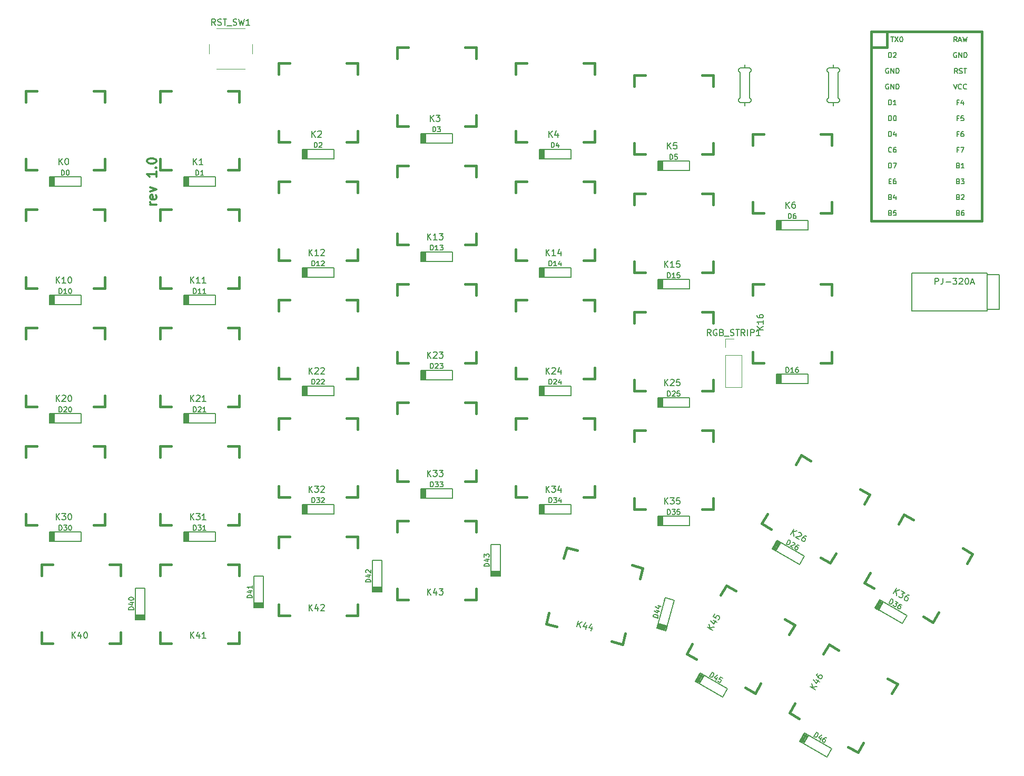
<source format=gto>
G04 #@! TF.GenerationSoftware,KiCad,Pcbnew,(5.1.10-1-10_14)*
G04 #@! TF.CreationDate,2021-08-01T21:47:45+01:00*
G04 #@! TF.ProjectId,AsymLeft,4173796d-4c65-4667-942e-6b696361645f,1.0*
G04 #@! TF.SameCoordinates,Original*
G04 #@! TF.FileFunction,Legend,Top*
G04 #@! TF.FilePolarity,Positive*
%FSLAX46Y46*%
G04 Gerber Fmt 4.6, Leading zero omitted, Abs format (unit mm)*
G04 Created by KiCad (PCBNEW (5.1.10-1-10_14)) date 2021-08-01 21:47:45*
%MOMM*%
%LPD*%
G01*
G04 APERTURE LIST*
%ADD10C,0.300000*%
%ADD11C,0.381000*%
%ADD12C,0.150000*%
%ADD13C,0.120000*%
%ADD14C,0.200000*%
G04 APERTURE END LIST*
D10*
X106088571Y-78608571D02*
X105088571Y-78608571D01*
X105374285Y-78608571D02*
X105231428Y-78537142D01*
X105160000Y-78465714D01*
X105088571Y-78322857D01*
X105088571Y-78180000D01*
X106017142Y-77108571D02*
X106088571Y-77251428D01*
X106088571Y-77537142D01*
X106017142Y-77680000D01*
X105874285Y-77751428D01*
X105302857Y-77751428D01*
X105160000Y-77680000D01*
X105088571Y-77537142D01*
X105088571Y-77251428D01*
X105160000Y-77108571D01*
X105302857Y-77037142D01*
X105445714Y-77037142D01*
X105588571Y-77751428D01*
X105088571Y-76537142D02*
X106088571Y-76180000D01*
X105088571Y-75822857D01*
X106088571Y-73322857D02*
X106088571Y-74180000D01*
X106088571Y-73751428D02*
X104588571Y-73751428D01*
X104802857Y-73894285D01*
X104945714Y-74037142D01*
X105017142Y-74180000D01*
X105945714Y-72680000D02*
X106017142Y-72608571D01*
X106088571Y-72680000D01*
X106017142Y-72751428D01*
X105945714Y-72680000D01*
X106088571Y-72680000D01*
X104588571Y-71680000D02*
X104588571Y-71537142D01*
X104660000Y-71394285D01*
X104731428Y-71322857D01*
X104874285Y-71251428D01*
X105160000Y-71180000D01*
X105517142Y-71180000D01*
X105802857Y-71251428D01*
X105945714Y-71322857D01*
X106017142Y-71394285D01*
X106088571Y-71537142D01*
X106088571Y-71680000D01*
X106017142Y-71822857D01*
X105945714Y-71894285D01*
X105802857Y-71965714D01*
X105517142Y-72037142D01*
X105160000Y-72037142D01*
X104874285Y-71965714D01*
X104731428Y-71894285D01*
X104660000Y-71822857D01*
X104588571Y-71680000D01*
D11*
X212852000Y-91440000D02*
X214630000Y-91440000D01*
X201930000Y-91440000D02*
X203708000Y-91440000D01*
X201930000Y-93218000D02*
X201930000Y-91440000D01*
X201930000Y-104140000D02*
X201930000Y-102362000D01*
X203708000Y-104140000D02*
X201930000Y-104140000D01*
X214630000Y-104140000D02*
X212852000Y-104140000D01*
X214630000Y-102362000D02*
X214630000Y-104140000D01*
X214630000Y-91440000D02*
X214630000Y-93218000D01*
X171579692Y-135545286D02*
X172039872Y-133827870D01*
X168752870Y-146095128D02*
X169213050Y-144377712D01*
X170470286Y-146555308D02*
X168752870Y-146095128D01*
X181020128Y-149382130D02*
X179302712Y-148921950D01*
X181480308Y-147664714D02*
X181020128Y-149382130D01*
X184307130Y-137114872D02*
X183846950Y-138832288D01*
X182589714Y-136654692D02*
X184307130Y-137114872D01*
X172039872Y-133827870D02*
X173757288Y-134288050D01*
X179302712Y-148921950D02*
X181020128Y-149382130D01*
X207159468Y-145376739D02*
X208699261Y-146265739D01*
X197700739Y-139915739D02*
X199240532Y-140804739D01*
X196811739Y-141455532D02*
X197700739Y-139915739D01*
X191350739Y-150914261D02*
X192239739Y-149374468D01*
X192890532Y-151803261D02*
X191350739Y-150914261D01*
X202349261Y-157264261D02*
X200809468Y-156375261D01*
X203238261Y-155724468D02*
X202349261Y-157264261D01*
X208699261Y-146265739D02*
X207810261Y-147805532D01*
X223669468Y-154901739D02*
X225209261Y-155790739D01*
X214210739Y-149440739D02*
X215750532Y-150329739D01*
X213321739Y-150980532D02*
X214210739Y-149440739D01*
X207860739Y-160439261D02*
X208749739Y-158899468D01*
X209400532Y-161328261D02*
X207860739Y-160439261D01*
X218859261Y-166789261D02*
X217319468Y-165900261D01*
X219748261Y-165249468D02*
X218859261Y-166789261D01*
X225209261Y-155790739D02*
X224320261Y-157330532D01*
X117602000Y-73025000D02*
X119380000Y-73025000D01*
X106680000Y-60325000D02*
X108458000Y-60325000D01*
X117602000Y-60325000D02*
X119380000Y-60325000D01*
X119380000Y-60325000D02*
X119380000Y-62103000D01*
X119380000Y-71247000D02*
X119380000Y-73025000D01*
X119380000Y-73025000D02*
X117602000Y-73025000D01*
X108458000Y-73025000D02*
X106680000Y-73025000D01*
X106680000Y-73025000D02*
X106680000Y-71247000D01*
X106680000Y-62103000D02*
X106680000Y-60325000D01*
X96012000Y-73025000D02*
X97790000Y-73025000D01*
X85090000Y-60325000D02*
X86868000Y-60325000D01*
X96012000Y-60325000D02*
X97790000Y-60325000D01*
X97790000Y-60325000D02*
X97790000Y-62103000D01*
X97790000Y-71247000D02*
X97790000Y-73025000D01*
X97790000Y-73025000D02*
X96012000Y-73025000D01*
X86868000Y-73025000D02*
X85090000Y-73025000D01*
X85090000Y-73025000D02*
X85090000Y-71247000D01*
X85090000Y-62103000D02*
X85090000Y-60325000D01*
X136652000Y-68580000D02*
X138430000Y-68580000D01*
X125730000Y-55880000D02*
X127508000Y-55880000D01*
X136652000Y-55880000D02*
X138430000Y-55880000D01*
X138430000Y-55880000D02*
X138430000Y-57658000D01*
X138430000Y-66802000D02*
X138430000Y-68580000D01*
X138430000Y-68580000D02*
X136652000Y-68580000D01*
X127508000Y-68580000D02*
X125730000Y-68580000D01*
X125730000Y-68580000D02*
X125730000Y-66802000D01*
X125730000Y-57658000D02*
X125730000Y-55880000D01*
X155702000Y-66040000D02*
X157480000Y-66040000D01*
X144780000Y-53340000D02*
X146558000Y-53340000D01*
X155702000Y-53340000D02*
X157480000Y-53340000D01*
X157480000Y-53340000D02*
X157480000Y-55118000D01*
X157480000Y-64262000D02*
X157480000Y-66040000D01*
X157480000Y-66040000D02*
X155702000Y-66040000D01*
X146558000Y-66040000D02*
X144780000Y-66040000D01*
X144780000Y-66040000D02*
X144780000Y-64262000D01*
X144780000Y-55118000D02*
X144780000Y-53340000D01*
X174752000Y-68580000D02*
X176530000Y-68580000D01*
X163830000Y-55880000D02*
X165608000Y-55880000D01*
X174752000Y-55880000D02*
X176530000Y-55880000D01*
X176530000Y-55880000D02*
X176530000Y-57658000D01*
X176530000Y-66802000D02*
X176530000Y-68580000D01*
X176530000Y-68580000D02*
X174752000Y-68580000D01*
X165608000Y-68580000D02*
X163830000Y-68580000D01*
X163830000Y-68580000D02*
X163830000Y-66802000D01*
X163830000Y-57658000D02*
X163830000Y-55880000D01*
X193802000Y-70485000D02*
X195580000Y-70485000D01*
X182880000Y-57785000D02*
X184658000Y-57785000D01*
X193802000Y-57785000D02*
X195580000Y-57785000D01*
X195580000Y-57785000D02*
X195580000Y-59563000D01*
X195580000Y-68707000D02*
X195580000Y-70485000D01*
X195580000Y-70485000D02*
X193802000Y-70485000D01*
X184658000Y-70485000D02*
X182880000Y-70485000D01*
X182880000Y-70485000D02*
X182880000Y-68707000D01*
X182880000Y-59563000D02*
X182880000Y-57785000D01*
X212852000Y-80010000D02*
X214630000Y-80010000D01*
X201930000Y-67310000D02*
X203708000Y-67310000D01*
X212852000Y-67310000D02*
X214630000Y-67310000D01*
X214630000Y-67310000D02*
X214630000Y-69088000D01*
X214630000Y-78232000D02*
X214630000Y-80010000D01*
X214630000Y-80010000D02*
X212852000Y-80010000D01*
X203708000Y-80010000D02*
X201930000Y-80010000D01*
X201930000Y-80010000D02*
X201930000Y-78232000D01*
X201930000Y-69088000D02*
X201930000Y-67310000D01*
X96012000Y-92075000D02*
X97790000Y-92075000D01*
X85090000Y-79375000D02*
X86868000Y-79375000D01*
X96012000Y-79375000D02*
X97790000Y-79375000D01*
X97790000Y-79375000D02*
X97790000Y-81153000D01*
X97790000Y-90297000D02*
X97790000Y-92075000D01*
X97790000Y-92075000D02*
X96012000Y-92075000D01*
X86868000Y-92075000D02*
X85090000Y-92075000D01*
X85090000Y-92075000D02*
X85090000Y-90297000D01*
X85090000Y-81153000D02*
X85090000Y-79375000D01*
X117602000Y-92075000D02*
X119380000Y-92075000D01*
X106680000Y-79375000D02*
X108458000Y-79375000D01*
X117602000Y-79375000D02*
X119380000Y-79375000D01*
X119380000Y-79375000D02*
X119380000Y-81153000D01*
X119380000Y-90297000D02*
X119380000Y-92075000D01*
X119380000Y-92075000D02*
X117602000Y-92075000D01*
X108458000Y-92075000D02*
X106680000Y-92075000D01*
X106680000Y-92075000D02*
X106680000Y-90297000D01*
X106680000Y-81153000D02*
X106680000Y-79375000D01*
X136652000Y-87630000D02*
X138430000Y-87630000D01*
X125730000Y-74930000D02*
X127508000Y-74930000D01*
X136652000Y-74930000D02*
X138430000Y-74930000D01*
X138430000Y-74930000D02*
X138430000Y-76708000D01*
X138430000Y-85852000D02*
X138430000Y-87630000D01*
X138430000Y-87630000D02*
X136652000Y-87630000D01*
X127508000Y-87630000D02*
X125730000Y-87630000D01*
X125730000Y-87630000D02*
X125730000Y-85852000D01*
X125730000Y-76708000D02*
X125730000Y-74930000D01*
X155702000Y-85090000D02*
X157480000Y-85090000D01*
X144780000Y-72390000D02*
X146558000Y-72390000D01*
X155702000Y-72390000D02*
X157480000Y-72390000D01*
X157480000Y-72390000D02*
X157480000Y-74168000D01*
X157480000Y-83312000D02*
X157480000Y-85090000D01*
X157480000Y-85090000D02*
X155702000Y-85090000D01*
X146558000Y-85090000D02*
X144780000Y-85090000D01*
X144780000Y-85090000D02*
X144780000Y-83312000D01*
X144780000Y-74168000D02*
X144780000Y-72390000D01*
X174752000Y-87630000D02*
X176530000Y-87630000D01*
X163830000Y-74930000D02*
X165608000Y-74930000D01*
X174752000Y-74930000D02*
X176530000Y-74930000D01*
X176530000Y-74930000D02*
X176530000Y-76708000D01*
X176530000Y-85852000D02*
X176530000Y-87630000D01*
X176530000Y-87630000D02*
X174752000Y-87630000D01*
X165608000Y-87630000D02*
X163830000Y-87630000D01*
X163830000Y-87630000D02*
X163830000Y-85852000D01*
X163830000Y-76708000D02*
X163830000Y-74930000D01*
X193802000Y-89535000D02*
X195580000Y-89535000D01*
X182880000Y-76835000D02*
X184658000Y-76835000D01*
X193802000Y-76835000D02*
X195580000Y-76835000D01*
X195580000Y-76835000D02*
X195580000Y-78613000D01*
X195580000Y-87757000D02*
X195580000Y-89535000D01*
X195580000Y-89535000D02*
X193802000Y-89535000D01*
X184658000Y-89535000D02*
X182880000Y-89535000D01*
X182880000Y-89535000D02*
X182880000Y-87757000D01*
X182880000Y-78613000D02*
X182880000Y-76835000D01*
X96012000Y-111125000D02*
X97790000Y-111125000D01*
X85090000Y-98425000D02*
X86868000Y-98425000D01*
X96012000Y-98425000D02*
X97790000Y-98425000D01*
X97790000Y-98425000D02*
X97790000Y-100203000D01*
X97790000Y-109347000D02*
X97790000Y-111125000D01*
X97790000Y-111125000D02*
X96012000Y-111125000D01*
X86868000Y-111125000D02*
X85090000Y-111125000D01*
X85090000Y-111125000D02*
X85090000Y-109347000D01*
X85090000Y-100203000D02*
X85090000Y-98425000D01*
X117602000Y-111125000D02*
X119380000Y-111125000D01*
X106680000Y-98425000D02*
X108458000Y-98425000D01*
X117602000Y-98425000D02*
X119380000Y-98425000D01*
X119380000Y-98425000D02*
X119380000Y-100203000D01*
X119380000Y-109347000D02*
X119380000Y-111125000D01*
X119380000Y-111125000D02*
X117602000Y-111125000D01*
X108458000Y-111125000D02*
X106680000Y-111125000D01*
X106680000Y-111125000D02*
X106680000Y-109347000D01*
X106680000Y-100203000D02*
X106680000Y-98425000D01*
X136652000Y-106680000D02*
X138430000Y-106680000D01*
X125730000Y-93980000D02*
X127508000Y-93980000D01*
X136652000Y-93980000D02*
X138430000Y-93980000D01*
X138430000Y-93980000D02*
X138430000Y-95758000D01*
X138430000Y-104902000D02*
X138430000Y-106680000D01*
X138430000Y-106680000D02*
X136652000Y-106680000D01*
X127508000Y-106680000D02*
X125730000Y-106680000D01*
X125730000Y-106680000D02*
X125730000Y-104902000D01*
X125730000Y-95758000D02*
X125730000Y-93980000D01*
X155702000Y-104140000D02*
X157480000Y-104140000D01*
X144780000Y-91440000D02*
X146558000Y-91440000D01*
X155702000Y-91440000D02*
X157480000Y-91440000D01*
X157480000Y-91440000D02*
X157480000Y-93218000D01*
X157480000Y-102362000D02*
X157480000Y-104140000D01*
X157480000Y-104140000D02*
X155702000Y-104140000D01*
X146558000Y-104140000D02*
X144780000Y-104140000D01*
X144780000Y-104140000D02*
X144780000Y-102362000D01*
X144780000Y-93218000D02*
X144780000Y-91440000D01*
X174752000Y-106680000D02*
X176530000Y-106680000D01*
X163830000Y-93980000D02*
X165608000Y-93980000D01*
X174752000Y-93980000D02*
X176530000Y-93980000D01*
X176530000Y-93980000D02*
X176530000Y-95758000D01*
X176530000Y-104902000D02*
X176530000Y-106680000D01*
X176530000Y-106680000D02*
X174752000Y-106680000D01*
X165608000Y-106680000D02*
X163830000Y-106680000D01*
X163830000Y-106680000D02*
X163830000Y-104902000D01*
X163830000Y-95758000D02*
X163830000Y-93980000D01*
X193802000Y-108585000D02*
X195580000Y-108585000D01*
X182880000Y-95885000D02*
X184658000Y-95885000D01*
X193802000Y-95885000D02*
X195580000Y-95885000D01*
X195580000Y-95885000D02*
X195580000Y-97663000D01*
X195580000Y-106807000D02*
X195580000Y-108585000D01*
X195580000Y-108585000D02*
X193802000Y-108585000D01*
X184658000Y-108585000D02*
X182880000Y-108585000D01*
X182880000Y-108585000D02*
X182880000Y-106807000D01*
X182880000Y-97663000D02*
X182880000Y-95885000D01*
X212874468Y-135420261D02*
X214414261Y-136309261D01*
X209765739Y-118960739D02*
X211305532Y-119849739D01*
X219224468Y-124421739D02*
X220764261Y-125310739D01*
X220764261Y-125310739D02*
X219875261Y-126850532D01*
X215303261Y-134769468D02*
X214414261Y-136309261D01*
X214414261Y-136309261D02*
X212874468Y-135420261D01*
X204955532Y-130848261D02*
X203415739Y-129959261D01*
X203415739Y-129959261D02*
X204304739Y-128419468D01*
X208876739Y-120500532D02*
X209765739Y-118960739D01*
X96012000Y-130175000D02*
X97790000Y-130175000D01*
X85090000Y-117475000D02*
X86868000Y-117475000D01*
X96012000Y-117475000D02*
X97790000Y-117475000D01*
X97790000Y-117475000D02*
X97790000Y-119253000D01*
X97790000Y-128397000D02*
X97790000Y-130175000D01*
X97790000Y-130175000D02*
X96012000Y-130175000D01*
X86868000Y-130175000D02*
X85090000Y-130175000D01*
X85090000Y-130175000D02*
X85090000Y-128397000D01*
X85090000Y-119253000D02*
X85090000Y-117475000D01*
X117602000Y-130175000D02*
X119380000Y-130175000D01*
X106680000Y-117475000D02*
X108458000Y-117475000D01*
X117602000Y-117475000D02*
X119380000Y-117475000D01*
X119380000Y-117475000D02*
X119380000Y-119253000D01*
X119380000Y-128397000D02*
X119380000Y-130175000D01*
X119380000Y-130175000D02*
X117602000Y-130175000D01*
X108458000Y-130175000D02*
X106680000Y-130175000D01*
X106680000Y-130175000D02*
X106680000Y-128397000D01*
X106680000Y-119253000D02*
X106680000Y-117475000D01*
X136652000Y-125730000D02*
X138430000Y-125730000D01*
X125730000Y-113030000D02*
X127508000Y-113030000D01*
X136652000Y-113030000D02*
X138430000Y-113030000D01*
X138430000Y-113030000D02*
X138430000Y-114808000D01*
X138430000Y-123952000D02*
X138430000Y-125730000D01*
X138430000Y-125730000D02*
X136652000Y-125730000D01*
X127508000Y-125730000D02*
X125730000Y-125730000D01*
X125730000Y-125730000D02*
X125730000Y-123952000D01*
X125730000Y-114808000D02*
X125730000Y-113030000D01*
X155702000Y-123190000D02*
X157480000Y-123190000D01*
X144780000Y-110490000D02*
X146558000Y-110490000D01*
X155702000Y-110490000D02*
X157480000Y-110490000D01*
X157480000Y-110490000D02*
X157480000Y-112268000D01*
X157480000Y-121412000D02*
X157480000Y-123190000D01*
X157480000Y-123190000D02*
X155702000Y-123190000D01*
X146558000Y-123190000D02*
X144780000Y-123190000D01*
X144780000Y-123190000D02*
X144780000Y-121412000D01*
X144780000Y-112268000D02*
X144780000Y-110490000D01*
X174752000Y-125730000D02*
X176530000Y-125730000D01*
X163830000Y-113030000D02*
X165608000Y-113030000D01*
X174752000Y-113030000D02*
X176530000Y-113030000D01*
X176530000Y-113030000D02*
X176530000Y-114808000D01*
X176530000Y-123952000D02*
X176530000Y-125730000D01*
X176530000Y-125730000D02*
X174752000Y-125730000D01*
X165608000Y-125730000D02*
X163830000Y-125730000D01*
X163830000Y-125730000D02*
X163830000Y-123952000D01*
X163830000Y-114808000D02*
X163830000Y-113030000D01*
X193802000Y-127635000D02*
X195580000Y-127635000D01*
X182880000Y-114935000D02*
X184658000Y-114935000D01*
X193802000Y-114935000D02*
X195580000Y-114935000D01*
X195580000Y-114935000D02*
X195580000Y-116713000D01*
X195580000Y-125857000D02*
X195580000Y-127635000D01*
X195580000Y-127635000D02*
X193802000Y-127635000D01*
X184658000Y-127635000D02*
X182880000Y-127635000D01*
X182880000Y-127635000D02*
X182880000Y-125857000D01*
X182880000Y-116713000D02*
X182880000Y-114935000D01*
X229384468Y-144945261D02*
X230924261Y-145834261D01*
X226275739Y-128485739D02*
X227815532Y-129374739D01*
X235734468Y-133946739D02*
X237274261Y-134835739D01*
X237274261Y-134835739D02*
X236385261Y-136375532D01*
X231813261Y-144294468D02*
X230924261Y-145834261D01*
X230924261Y-145834261D02*
X229384468Y-144945261D01*
X221465532Y-140373261D02*
X219925739Y-139484261D01*
X219925739Y-139484261D02*
X220814739Y-137944468D01*
X225386739Y-130025532D02*
X226275739Y-128485739D01*
X98552000Y-149225000D02*
X100330000Y-149225000D01*
X87630000Y-136525000D02*
X89408000Y-136525000D01*
X98552000Y-136525000D02*
X100330000Y-136525000D01*
X100330000Y-136525000D02*
X100330000Y-138303000D01*
X100330000Y-147447000D02*
X100330000Y-149225000D01*
X100330000Y-149225000D02*
X98552000Y-149225000D01*
X89408000Y-149225000D02*
X87630000Y-149225000D01*
X87630000Y-149225000D02*
X87630000Y-147447000D01*
X87630000Y-138303000D02*
X87630000Y-136525000D01*
X117602000Y-149225000D02*
X119380000Y-149225000D01*
X106680000Y-136525000D02*
X108458000Y-136525000D01*
X117602000Y-136525000D02*
X119380000Y-136525000D01*
X119380000Y-136525000D02*
X119380000Y-138303000D01*
X119380000Y-147447000D02*
X119380000Y-149225000D01*
X119380000Y-149225000D02*
X117602000Y-149225000D01*
X108458000Y-149225000D02*
X106680000Y-149225000D01*
X106680000Y-149225000D02*
X106680000Y-147447000D01*
X106680000Y-138303000D02*
X106680000Y-136525000D01*
X136652000Y-144780000D02*
X138430000Y-144780000D01*
X125730000Y-132080000D02*
X127508000Y-132080000D01*
X136652000Y-132080000D02*
X138430000Y-132080000D01*
X138430000Y-132080000D02*
X138430000Y-133858000D01*
X138430000Y-143002000D02*
X138430000Y-144780000D01*
X138430000Y-144780000D02*
X136652000Y-144780000D01*
X127508000Y-144780000D02*
X125730000Y-144780000D01*
X125730000Y-144780000D02*
X125730000Y-143002000D01*
X125730000Y-133858000D02*
X125730000Y-132080000D01*
X155702000Y-142240000D02*
X157480000Y-142240000D01*
X144780000Y-129540000D02*
X146558000Y-129540000D01*
X155702000Y-129540000D02*
X157480000Y-129540000D01*
X157480000Y-129540000D02*
X157480000Y-131318000D01*
X157480000Y-140462000D02*
X157480000Y-142240000D01*
X157480000Y-142240000D02*
X155702000Y-142240000D01*
X146558000Y-142240000D02*
X144780000Y-142240000D01*
X144780000Y-142240000D02*
X144780000Y-140462000D01*
X144780000Y-131318000D02*
X144780000Y-129540000D01*
D12*
X89662000Y-74168000D02*
X89662000Y-75692000D01*
X89535001Y-74168000D02*
X89535000Y-75691999D01*
X89407999Y-75692000D02*
X89408000Y-74168000D01*
X89027000Y-74168000D02*
X89027000Y-75692000D01*
X89154000Y-75692000D02*
X89154000Y-74168000D01*
X89281000Y-74168000D02*
X89281000Y-75692000D01*
X93980001Y-74168000D02*
X93472001Y-74168000D01*
X93980000Y-75691999D02*
X93980001Y-74168000D01*
X88899999Y-75692000D02*
X93980000Y-75691999D01*
X88900000Y-74168001D02*
X88899999Y-75692000D01*
X93980001Y-74168000D02*
X88900000Y-74168001D01*
X115570001Y-74168000D02*
X110490000Y-74168001D01*
X110490000Y-74168001D02*
X110489999Y-75692000D01*
X110489999Y-75692000D02*
X115570000Y-75691999D01*
X115570000Y-75691999D02*
X115570001Y-74168000D01*
X115570001Y-74168000D02*
X115062001Y-74168000D01*
X110871000Y-74168000D02*
X110871000Y-75692000D01*
X110744000Y-75692000D02*
X110744000Y-74168000D01*
X110617000Y-74168000D02*
X110617000Y-75692000D01*
X110997999Y-75692000D02*
X110998000Y-74168000D01*
X111125001Y-74168000D02*
X111125000Y-75691999D01*
X111252000Y-74168000D02*
X111252000Y-75692000D01*
X134620001Y-69723000D02*
X129540000Y-69723001D01*
X129540000Y-69723001D02*
X129539999Y-71247000D01*
X129539999Y-71247000D02*
X134620000Y-71246999D01*
X134620000Y-71246999D02*
X134620001Y-69723000D01*
X134620001Y-69723000D02*
X134112001Y-69723000D01*
X129921000Y-69723000D02*
X129921000Y-71247000D01*
X129794000Y-71247000D02*
X129794000Y-69723000D01*
X129667000Y-69723000D02*
X129667000Y-71247000D01*
X130047999Y-71247000D02*
X130048000Y-69723000D01*
X130175001Y-69723000D02*
X130175000Y-71246999D01*
X130302000Y-69723000D02*
X130302000Y-71247000D01*
X153670001Y-67183000D02*
X148590000Y-67183001D01*
X148590000Y-67183001D02*
X148589999Y-68707000D01*
X148589999Y-68707000D02*
X153670000Y-68706999D01*
X153670000Y-68706999D02*
X153670001Y-67183000D01*
X153670001Y-67183000D02*
X153162001Y-67183000D01*
X148971000Y-67183000D02*
X148971000Y-68707000D01*
X148844000Y-68707000D02*
X148844000Y-67183000D01*
X148717000Y-67183000D02*
X148717000Y-68707000D01*
X149097999Y-68707000D02*
X149098000Y-67183000D01*
X149225001Y-67183000D02*
X149225000Y-68706999D01*
X149352000Y-67183000D02*
X149352000Y-68707000D01*
X172720001Y-69723000D02*
X167640000Y-69723001D01*
X167640000Y-69723001D02*
X167639999Y-71247000D01*
X167639999Y-71247000D02*
X172720000Y-71246999D01*
X172720000Y-71246999D02*
X172720001Y-69723000D01*
X172720001Y-69723000D02*
X172212001Y-69723000D01*
X168021000Y-69723000D02*
X168021000Y-71247000D01*
X167894000Y-71247000D02*
X167894000Y-69723000D01*
X167767000Y-69723000D02*
X167767000Y-71247000D01*
X168147999Y-71247000D02*
X168148000Y-69723000D01*
X168275001Y-69723000D02*
X168275000Y-71246999D01*
X168402000Y-69723000D02*
X168402000Y-71247000D01*
X191770001Y-71628000D02*
X186690000Y-71628001D01*
X186690000Y-71628001D02*
X186689999Y-73152000D01*
X186689999Y-73152000D02*
X191770000Y-73151999D01*
X191770000Y-73151999D02*
X191770001Y-71628000D01*
X191770001Y-71628000D02*
X191262001Y-71628000D01*
X187071000Y-71628000D02*
X187071000Y-73152000D01*
X186944000Y-73152000D02*
X186944000Y-71628000D01*
X186817000Y-71628000D02*
X186817000Y-73152000D01*
X187197999Y-73152000D02*
X187198000Y-71628000D01*
X187325001Y-71628000D02*
X187325000Y-73151999D01*
X187452000Y-71628000D02*
X187452000Y-73152000D01*
X210820001Y-81153000D02*
X205740000Y-81153001D01*
X205740000Y-81153001D02*
X205739999Y-82677000D01*
X205739999Y-82677000D02*
X210820000Y-82676999D01*
X210820000Y-82676999D02*
X210820001Y-81153000D01*
X210820001Y-81153000D02*
X210312001Y-81153000D01*
X206121000Y-81153000D02*
X206121000Y-82677000D01*
X205994000Y-82677000D02*
X205994000Y-81153000D01*
X205867000Y-81153000D02*
X205867000Y-82677000D01*
X206247999Y-82677000D02*
X206248000Y-81153000D01*
X206375001Y-81153000D02*
X206375000Y-82676999D01*
X206502000Y-81153000D02*
X206502000Y-82677000D01*
X93980001Y-93218000D02*
X88900000Y-93218001D01*
X88900000Y-93218001D02*
X88899999Y-94742000D01*
X88899999Y-94742000D02*
X93980000Y-94741999D01*
X93980000Y-94741999D02*
X93980001Y-93218000D01*
X93980001Y-93218000D02*
X93472001Y-93218000D01*
X89281000Y-93218000D02*
X89281000Y-94742000D01*
X89154000Y-94742000D02*
X89154000Y-93218000D01*
X89027000Y-93218000D02*
X89027000Y-94742000D01*
X89407999Y-94742000D02*
X89408000Y-93218000D01*
X89535001Y-93218000D02*
X89535000Y-94741999D01*
X89662000Y-93218000D02*
X89662000Y-94742000D01*
X115570001Y-93218000D02*
X110490000Y-93218001D01*
X110490000Y-93218001D02*
X110489999Y-94742000D01*
X110489999Y-94742000D02*
X115570000Y-94741999D01*
X115570000Y-94741999D02*
X115570001Y-93218000D01*
X115570001Y-93218000D02*
X115062001Y-93218000D01*
X110871000Y-93218000D02*
X110871000Y-94742000D01*
X110744000Y-94742000D02*
X110744000Y-93218000D01*
X110617000Y-93218000D02*
X110617000Y-94742000D01*
X110997999Y-94742000D02*
X110998000Y-93218000D01*
X111125001Y-93218000D02*
X111125000Y-94741999D01*
X111252000Y-93218000D02*
X111252000Y-94742000D01*
X134620001Y-88773000D02*
X129540000Y-88773001D01*
X129540000Y-88773001D02*
X129539999Y-90297000D01*
X129539999Y-90297000D02*
X134620000Y-90296999D01*
X134620000Y-90296999D02*
X134620001Y-88773000D01*
X134620001Y-88773000D02*
X134112001Y-88773000D01*
X129921000Y-88773000D02*
X129921000Y-90297000D01*
X129794000Y-90297000D02*
X129794000Y-88773000D01*
X129667000Y-88773000D02*
X129667000Y-90297000D01*
X130047999Y-90297000D02*
X130048000Y-88773000D01*
X130175001Y-88773000D02*
X130175000Y-90296999D01*
X130302000Y-88773000D02*
X130302000Y-90297000D01*
X149352000Y-86233000D02*
X149352000Y-87757000D01*
X149225001Y-86233000D02*
X149225000Y-87756999D01*
X149097999Y-87757000D02*
X149098000Y-86233000D01*
X148717000Y-86233000D02*
X148717000Y-87757000D01*
X148844000Y-87757000D02*
X148844000Y-86233000D01*
X148971000Y-86233000D02*
X148971000Y-87757000D01*
X153670001Y-86233000D02*
X153162001Y-86233000D01*
X153670000Y-87756999D02*
X153670001Y-86233000D01*
X148589999Y-87757000D02*
X153670000Y-87756999D01*
X148590000Y-86233001D02*
X148589999Y-87757000D01*
X153670001Y-86233000D02*
X148590000Y-86233001D01*
X172720001Y-88773000D02*
X167640000Y-88773001D01*
X167640000Y-88773001D02*
X167639999Y-90297000D01*
X167639999Y-90297000D02*
X172720000Y-90296999D01*
X172720000Y-90296999D02*
X172720001Y-88773000D01*
X172720001Y-88773000D02*
X172212001Y-88773000D01*
X168021000Y-88773000D02*
X168021000Y-90297000D01*
X167894000Y-90297000D02*
X167894000Y-88773000D01*
X167767000Y-88773000D02*
X167767000Y-90297000D01*
X168147999Y-90297000D02*
X168148000Y-88773000D01*
X168275001Y-88773000D02*
X168275000Y-90296999D01*
X168402000Y-88773000D02*
X168402000Y-90297000D01*
X187452000Y-90678000D02*
X187452000Y-92202000D01*
X187325001Y-90678000D02*
X187325000Y-92201999D01*
X187197999Y-92202000D02*
X187198000Y-90678000D01*
X186817000Y-90678000D02*
X186817000Y-92202000D01*
X186944000Y-92202000D02*
X186944000Y-90678000D01*
X187071000Y-90678000D02*
X187071000Y-92202000D01*
X191770001Y-90678000D02*
X191262001Y-90678000D01*
X191770000Y-92201999D02*
X191770001Y-90678000D01*
X186689999Y-92202000D02*
X191770000Y-92201999D01*
X186690000Y-90678001D02*
X186689999Y-92202000D01*
X191770001Y-90678000D02*
X186690000Y-90678001D01*
X210820001Y-105918000D02*
X205740000Y-105918001D01*
X205740000Y-105918001D02*
X205739999Y-107442000D01*
X205739999Y-107442000D02*
X210820000Y-107441999D01*
X210820000Y-107441999D02*
X210820001Y-105918000D01*
X210820001Y-105918000D02*
X210312001Y-105918000D01*
X206121000Y-105918000D02*
X206121000Y-107442000D01*
X205994000Y-107442000D02*
X205994000Y-105918000D01*
X205867000Y-105918000D02*
X205867000Y-107442000D01*
X206247999Y-107442000D02*
X206248000Y-105918000D01*
X206375001Y-105918000D02*
X206375000Y-107441999D01*
X206502000Y-105918000D02*
X206502000Y-107442000D01*
X89662000Y-112268000D02*
X89662000Y-113792000D01*
X89535001Y-112268000D02*
X89535000Y-113791999D01*
X89407999Y-113792000D02*
X89408000Y-112268000D01*
X89027000Y-112268000D02*
X89027000Y-113792000D01*
X89154000Y-113792000D02*
X89154000Y-112268000D01*
X89281000Y-112268000D02*
X89281000Y-113792000D01*
X93980001Y-112268000D02*
X93472001Y-112268000D01*
X93980000Y-113791999D02*
X93980001Y-112268000D01*
X88899999Y-113792000D02*
X93980000Y-113791999D01*
X88900000Y-112268001D02*
X88899999Y-113792000D01*
X93980001Y-112268000D02*
X88900000Y-112268001D01*
X111252000Y-112268000D02*
X111252000Y-113792000D01*
X111125001Y-112268000D02*
X111125000Y-113791999D01*
X110997999Y-113792000D02*
X110998000Y-112268000D01*
X110617000Y-112268000D02*
X110617000Y-113792000D01*
X110744000Y-113792000D02*
X110744000Y-112268000D01*
X110871000Y-112268000D02*
X110871000Y-113792000D01*
X115570001Y-112268000D02*
X115062001Y-112268000D01*
X115570000Y-113791999D02*
X115570001Y-112268000D01*
X110489999Y-113792000D02*
X115570000Y-113791999D01*
X110490000Y-112268001D02*
X110489999Y-113792000D01*
X115570001Y-112268000D02*
X110490000Y-112268001D01*
X134620001Y-107823000D02*
X129540000Y-107823001D01*
X129540000Y-107823001D02*
X129539999Y-109347000D01*
X129539999Y-109347000D02*
X134620000Y-109346999D01*
X134620000Y-109346999D02*
X134620001Y-107823000D01*
X134620001Y-107823000D02*
X134112001Y-107823000D01*
X129921000Y-107823000D02*
X129921000Y-109347000D01*
X129794000Y-109347000D02*
X129794000Y-107823000D01*
X129667000Y-107823000D02*
X129667000Y-109347000D01*
X130047999Y-109347000D02*
X130048000Y-107823000D01*
X130175001Y-107823000D02*
X130175000Y-109346999D01*
X130302000Y-107823000D02*
X130302000Y-109347000D01*
X153670001Y-105283000D02*
X148590000Y-105283001D01*
X148590000Y-105283001D02*
X148589999Y-106807000D01*
X148589999Y-106807000D02*
X153670000Y-106806999D01*
X153670000Y-106806999D02*
X153670001Y-105283000D01*
X153670001Y-105283000D02*
X153162001Y-105283000D01*
X148971000Y-105283000D02*
X148971000Y-106807000D01*
X148844000Y-106807000D02*
X148844000Y-105283000D01*
X148717000Y-105283000D02*
X148717000Y-106807000D01*
X149097999Y-106807000D02*
X149098000Y-105283000D01*
X149225001Y-105283000D02*
X149225000Y-106806999D01*
X149352000Y-105283000D02*
X149352000Y-106807000D01*
X172720001Y-107823000D02*
X167640000Y-107823001D01*
X167640000Y-107823001D02*
X167639999Y-109347000D01*
X167639999Y-109347000D02*
X172720000Y-109346999D01*
X172720000Y-109346999D02*
X172720001Y-107823000D01*
X172720001Y-107823000D02*
X172212001Y-107823000D01*
X168021000Y-107823000D02*
X168021000Y-109347000D01*
X167894000Y-109347000D02*
X167894000Y-107823000D01*
X167767000Y-107823000D02*
X167767000Y-109347000D01*
X168147999Y-109347000D02*
X168148000Y-107823000D01*
X168275001Y-107823000D02*
X168275000Y-109346999D01*
X168402000Y-107823000D02*
X168402000Y-109347000D01*
X187452000Y-109728000D02*
X187452000Y-111252000D01*
X187325001Y-109728000D02*
X187325000Y-111251999D01*
X187197999Y-111252000D02*
X187198000Y-109728000D01*
X186817000Y-109728000D02*
X186817000Y-111252000D01*
X186944000Y-111252000D02*
X186944000Y-109728000D01*
X187071000Y-109728000D02*
X187071000Y-111252000D01*
X191770001Y-109728000D02*
X191262001Y-109728000D01*
X191770000Y-111251999D02*
X191770001Y-109728000D01*
X186689999Y-111252000D02*
X191770000Y-111251999D01*
X186690000Y-109728001D02*
X186689999Y-111252000D01*
X191770001Y-109728000D02*
X186690000Y-109728001D01*
X206486207Y-133071089D02*
X205724207Y-134390911D01*
X206376222Y-133007589D02*
X205614222Y-134327410D01*
X205504236Y-134263911D02*
X206266236Y-132944089D01*
X205936281Y-132753589D02*
X205174281Y-134073411D01*
X205284266Y-134136911D02*
X206046266Y-132817089D01*
X206156251Y-132880589D02*
X205394251Y-134200411D01*
X210225705Y-135230089D02*
X209785764Y-134976089D01*
X209463705Y-136549910D02*
X210225705Y-135230089D01*
X205064295Y-134009911D02*
X209463705Y-136549910D01*
X205826295Y-132690090D02*
X205064295Y-134009911D01*
X210225705Y-135230089D02*
X205826295Y-132690090D01*
X89662000Y-131318000D02*
X89662000Y-132842000D01*
X89535001Y-131318000D02*
X89535000Y-132841999D01*
X89407999Y-132842000D02*
X89408000Y-131318000D01*
X89027000Y-131318000D02*
X89027000Y-132842000D01*
X89154000Y-132842000D02*
X89154000Y-131318000D01*
X89281000Y-131318000D02*
X89281000Y-132842000D01*
X93980001Y-131318000D02*
X93472001Y-131318000D01*
X93980000Y-132841999D02*
X93980001Y-131318000D01*
X88899999Y-132842000D02*
X93980000Y-132841999D01*
X88900000Y-131318001D02*
X88899999Y-132842000D01*
X93980001Y-131318000D02*
X88900000Y-131318001D01*
X111252000Y-131318000D02*
X111252000Y-132842000D01*
X111125001Y-131318000D02*
X111125000Y-132841999D01*
X110997999Y-132842000D02*
X110998000Y-131318000D01*
X110617000Y-131318000D02*
X110617000Y-132842000D01*
X110744000Y-132842000D02*
X110744000Y-131318000D01*
X110871000Y-131318000D02*
X110871000Y-132842000D01*
X115570001Y-131318000D02*
X115062001Y-131318000D01*
X115570000Y-132841999D02*
X115570001Y-131318000D01*
X110489999Y-132842000D02*
X115570000Y-132841999D01*
X110490000Y-131318001D02*
X110489999Y-132842000D01*
X115570001Y-131318000D02*
X110490000Y-131318001D01*
X130302000Y-126873000D02*
X130302000Y-128397000D01*
X130175001Y-126873000D02*
X130175000Y-128396999D01*
X130047999Y-128397000D02*
X130048000Y-126873000D01*
X129667000Y-126873000D02*
X129667000Y-128397000D01*
X129794000Y-128397000D02*
X129794000Y-126873000D01*
X129921000Y-126873000D02*
X129921000Y-128397000D01*
X134620001Y-126873000D02*
X134112001Y-126873000D01*
X134620000Y-128396999D02*
X134620001Y-126873000D01*
X129539999Y-128397000D02*
X134620000Y-128396999D01*
X129540000Y-126873001D02*
X129539999Y-128397000D01*
X134620001Y-126873000D02*
X129540000Y-126873001D01*
X149352000Y-124333000D02*
X149352000Y-125857000D01*
X149225001Y-124333000D02*
X149225000Y-125856999D01*
X149097999Y-125857000D02*
X149098000Y-124333000D01*
X148717000Y-124333000D02*
X148717000Y-125857000D01*
X148844000Y-125857000D02*
X148844000Y-124333000D01*
X148971000Y-124333000D02*
X148971000Y-125857000D01*
X153670001Y-124333000D02*
X153162001Y-124333000D01*
X153670000Y-125856999D02*
X153670001Y-124333000D01*
X148589999Y-125857000D02*
X153670000Y-125856999D01*
X148590000Y-124333001D02*
X148589999Y-125857000D01*
X153670001Y-124333000D02*
X148590000Y-124333001D01*
X168402000Y-126873000D02*
X168402000Y-128397000D01*
X168275001Y-126873000D02*
X168275000Y-128396999D01*
X168147999Y-128397000D02*
X168148000Y-126873000D01*
X167767000Y-126873000D02*
X167767000Y-128397000D01*
X167894000Y-128397000D02*
X167894000Y-126873000D01*
X168021000Y-126873000D02*
X168021000Y-128397000D01*
X172720001Y-126873000D02*
X172212001Y-126873000D01*
X172720000Y-128396999D02*
X172720001Y-126873000D01*
X167639999Y-128397000D02*
X172720000Y-128396999D01*
X167640000Y-126873001D02*
X167639999Y-128397000D01*
X172720001Y-126873000D02*
X167640000Y-126873001D01*
X187452000Y-128778000D02*
X187452000Y-130302000D01*
X187325001Y-128778000D02*
X187325000Y-130301999D01*
X187197999Y-130302000D02*
X187198000Y-128778000D01*
X186817000Y-128778000D02*
X186817000Y-130302000D01*
X186944000Y-130302000D02*
X186944000Y-128778000D01*
X187071000Y-128778000D02*
X187071000Y-130302000D01*
X191770001Y-128778000D02*
X191262001Y-128778000D01*
X191770000Y-130301999D02*
X191770001Y-128778000D01*
X186689999Y-130302000D02*
X191770000Y-130301999D01*
X186690000Y-128778001D02*
X186689999Y-130302000D01*
X191770001Y-128778000D02*
X186690000Y-128778001D01*
X226735705Y-144755089D02*
X222336295Y-142215090D01*
X222336295Y-142215090D02*
X221574295Y-143534911D01*
X221574295Y-143534911D02*
X225973705Y-146074910D01*
X225973705Y-146074910D02*
X226735705Y-144755089D01*
X226735705Y-144755089D02*
X226295764Y-144501089D01*
X222666251Y-142405589D02*
X221904251Y-143725411D01*
X221794266Y-143661911D02*
X222556266Y-142342089D01*
X222446281Y-142278589D02*
X221684281Y-143598411D01*
X222014236Y-143788911D02*
X222776236Y-142469089D01*
X222886222Y-142532589D02*
X222124222Y-143852410D01*
X222996207Y-142596089D02*
X222234207Y-143915911D01*
X102743000Y-144653000D02*
X104267000Y-144653000D01*
X102743000Y-144779999D02*
X104266999Y-144780000D01*
X104267000Y-144907001D02*
X102743000Y-144907000D01*
X102743000Y-145288000D02*
X104267000Y-145288000D01*
X104267000Y-145161000D02*
X102743000Y-145161000D01*
X102743000Y-145034000D02*
X104267000Y-145034000D01*
X102743000Y-140334999D02*
X102743000Y-140842999D01*
X104266999Y-140335000D02*
X102743000Y-140334999D01*
X104267000Y-145415001D02*
X104266999Y-140335000D01*
X102743001Y-145415000D02*
X104267000Y-145415001D01*
X102743000Y-140334999D02*
X102743001Y-145415000D01*
X121793000Y-142748000D02*
X123317000Y-142748000D01*
X121793000Y-142874999D02*
X123316999Y-142875000D01*
X123317000Y-143002001D02*
X121793000Y-143002000D01*
X121793000Y-143383000D02*
X123317000Y-143383000D01*
X123317000Y-143256000D02*
X121793000Y-143256000D01*
X121793000Y-143129000D02*
X123317000Y-143129000D01*
X121793000Y-138429999D02*
X121793000Y-138937999D01*
X123316999Y-138430000D02*
X121793000Y-138429999D01*
X123317000Y-143510001D02*
X123316999Y-138430000D01*
X121793001Y-143510000D02*
X123317000Y-143510001D01*
X121793000Y-138429999D02*
X121793001Y-143510000D01*
X140843000Y-140208000D02*
X142367000Y-140208000D01*
X140843000Y-140334999D02*
X142366999Y-140335000D01*
X142367000Y-140462001D02*
X140843000Y-140462000D01*
X140843000Y-140843000D02*
X142367000Y-140843000D01*
X142367000Y-140716000D02*
X140843000Y-140716000D01*
X140843000Y-140589000D02*
X142367000Y-140589000D01*
X140843000Y-135889999D02*
X140843000Y-136397999D01*
X142366999Y-135890000D02*
X140843000Y-135889999D01*
X142367000Y-140970001D02*
X142366999Y-135890000D01*
X140843001Y-140970000D02*
X142367000Y-140970001D01*
X140843000Y-135889999D02*
X140843001Y-140970000D01*
X159893000Y-137668000D02*
X161417000Y-137668000D01*
X159893000Y-137794999D02*
X161416999Y-137795000D01*
X161417000Y-137922001D02*
X159893000Y-137922000D01*
X159893000Y-138303000D02*
X161417000Y-138303000D01*
X161417000Y-138176000D02*
X159893000Y-138176000D01*
X159893000Y-138049000D02*
X161417000Y-138049000D01*
X159893000Y-133349999D02*
X159893000Y-133857999D01*
X161416999Y-133350000D02*
X159893000Y-133349999D01*
X161417000Y-138430001D02*
X161416999Y-133350000D01*
X159893001Y-138430000D02*
X161417000Y-138430001D01*
X159893000Y-133349999D02*
X159893001Y-138430000D01*
X187881365Y-141875327D02*
X186566565Y-146782232D01*
X186566565Y-146782232D02*
X188038635Y-147176673D01*
X188038635Y-147176673D02*
X189353435Y-142269768D01*
X189353435Y-142269768D02*
X187881365Y-141875327D01*
X187881365Y-141875327D02*
X187749885Y-142366018D01*
X186665174Y-146414214D02*
X188137245Y-146808654D01*
X188104375Y-146931327D02*
X186632304Y-146536886D01*
X186599434Y-146659559D02*
X188071505Y-147053999D01*
X188170115Y-146685982D02*
X186698044Y-146291541D01*
X186730914Y-146168868D02*
X188202984Y-146563309D01*
X186763784Y-146046196D02*
X188235855Y-146440636D01*
X194167207Y-154407089D02*
X193405207Y-155726911D01*
X194057222Y-154343589D02*
X193295222Y-155663410D01*
X193185236Y-155599911D02*
X193947236Y-154280089D01*
X193617281Y-154089589D02*
X192855281Y-155409411D01*
X192965266Y-155472911D02*
X193727266Y-154153089D01*
X193837251Y-154216589D02*
X193075251Y-155536411D01*
X197906705Y-156566089D02*
X197466764Y-156312089D01*
X197144705Y-157885910D02*
X197906705Y-156566089D01*
X192745295Y-155345911D02*
X197144705Y-157885910D01*
X193507295Y-154026090D02*
X192745295Y-155345911D01*
X197906705Y-156566089D02*
X193507295Y-154026090D01*
X214670705Y-166218089D02*
X210271295Y-163678090D01*
X210271295Y-163678090D02*
X209509295Y-164997911D01*
X209509295Y-164997911D02*
X213908705Y-167537910D01*
X213908705Y-167537910D02*
X214670705Y-166218089D01*
X214670705Y-166218089D02*
X214230764Y-165964089D01*
X210601251Y-163868589D02*
X209839251Y-165188411D01*
X209729266Y-165124911D02*
X210491266Y-163805089D01*
X210381281Y-163741589D02*
X209619281Y-165061411D01*
X209949236Y-165251911D02*
X210711236Y-163932089D01*
X210821222Y-163995589D02*
X210059222Y-165315410D01*
X210931207Y-164059089D02*
X210169207Y-165378911D01*
X200660000Y-56642000D02*
X200660000Y-56134000D01*
X200660000Y-62738000D02*
X200660000Y-62230000D01*
X201422000Y-62230000D02*
X199898000Y-62230000D01*
X201676000Y-61976000D02*
X201422000Y-62230000D01*
X201676000Y-61722000D02*
X201676000Y-61976000D01*
X201422000Y-61468000D02*
X201676000Y-61722000D01*
X201422000Y-57404000D02*
X201422000Y-61468000D01*
X201676000Y-57150000D02*
X201422000Y-57404000D01*
X201676000Y-56896000D02*
X201676000Y-57150000D01*
X201422000Y-56642000D02*
X201676000Y-56896000D01*
X199898000Y-56642000D02*
X201422000Y-56642000D01*
X199644000Y-56896000D02*
X199898000Y-56642000D01*
X199644000Y-57150000D02*
X199644000Y-56896000D01*
X199898000Y-57404000D02*
X199644000Y-57150000D01*
X199898000Y-61468000D02*
X199898000Y-57404000D01*
X199644000Y-61722000D02*
X199898000Y-61468000D01*
X199644000Y-61976000D02*
X199644000Y-61722000D01*
X199898000Y-62230000D02*
X199644000Y-61976000D01*
X214122000Y-62230000D02*
X213868000Y-61976000D01*
X213868000Y-61976000D02*
X213868000Y-61722000D01*
X213868000Y-61722000D02*
X214122000Y-61468000D01*
X214122000Y-61468000D02*
X214122000Y-57404000D01*
X214122000Y-57404000D02*
X213868000Y-57150000D01*
X213868000Y-57150000D02*
X213868000Y-56896000D01*
X213868000Y-56896000D02*
X214122000Y-56642000D01*
X214122000Y-56642000D02*
X215646000Y-56642000D01*
X215646000Y-56642000D02*
X215900000Y-56896000D01*
X215900000Y-56896000D02*
X215900000Y-57150000D01*
X215900000Y-57150000D02*
X215646000Y-57404000D01*
X215646000Y-57404000D02*
X215646000Y-61468000D01*
X215646000Y-61468000D02*
X215900000Y-61722000D01*
X215900000Y-61722000D02*
X215900000Y-61976000D01*
X215900000Y-61976000D02*
X215646000Y-62230000D01*
X215646000Y-62230000D02*
X214122000Y-62230000D01*
X214884000Y-62738000D02*
X214884000Y-62230000D01*
X214884000Y-56642000D02*
X214884000Y-56134000D01*
D13*
X197552000Y-108010000D02*
X200212000Y-108010000D01*
X197552000Y-102870000D02*
X197552000Y-108010000D01*
X200212000Y-102870000D02*
X200212000Y-108010000D01*
X197552000Y-102870000D02*
X200212000Y-102870000D01*
X197552000Y-101600000D02*
X197552000Y-100270000D01*
X197552000Y-100270000D02*
X198882000Y-100270000D01*
X115808000Y-56808000D02*
X120308000Y-56808000D01*
X114558000Y-52808000D02*
X114558000Y-54308000D01*
X120308000Y-50308000D02*
X115808000Y-50308000D01*
X121558000Y-54308000D02*
X121558000Y-52808000D01*
D12*
X241620000Y-95510000D02*
X241620000Y-89910000D01*
X239620000Y-89910000D02*
X241620000Y-89910000D01*
X239620000Y-95510000D02*
X241620000Y-95510000D01*
X239620000Y-89660000D02*
X227520000Y-89660000D01*
X239620000Y-95760000D02*
X227520000Y-95760000D01*
X227520000Y-95760000D02*
X227520000Y-89660000D01*
X239620000Y-95760000D02*
X239620000Y-89660000D01*
D11*
X238760000Y-50800000D02*
X220980000Y-50800000D01*
X220980000Y-50800000D02*
X220980000Y-81280000D01*
X220980000Y-81280000D02*
X238760000Y-81280000D01*
X238760000Y-81280000D02*
X238760000Y-50800000D01*
X223520000Y-50800000D02*
X223520000Y-53340000D01*
X223520000Y-53340000D02*
X220980000Y-53340000D01*
D14*
X203652380Y-98784285D02*
X202652380Y-98784285D01*
X203652380Y-98212857D02*
X203080952Y-98641428D01*
X202652380Y-98212857D02*
X203223809Y-98784285D01*
X203652380Y-97260476D02*
X203652380Y-97831904D01*
X203652380Y-97546190D02*
X202652380Y-97546190D01*
X202795238Y-97641428D01*
X202890476Y-97736666D01*
X202938095Y-97831904D01*
X202652380Y-96403333D02*
X202652380Y-96593809D01*
X202700000Y-96689047D01*
X202747619Y-96736666D01*
X202890476Y-96831904D01*
X203080952Y-96879523D01*
X203461904Y-96879523D01*
X203557142Y-96831904D01*
X203604761Y-96784285D01*
X203652380Y-96689047D01*
X203652380Y-96498571D01*
X203604761Y-96403333D01*
X203557142Y-96355714D01*
X203461904Y-96308095D01*
X203223809Y-96308095D01*
X203128571Y-96355714D01*
X203080952Y-96403333D01*
X203033333Y-96498571D01*
X203033333Y-96689047D01*
X203080952Y-96784285D01*
X203128571Y-96831904D01*
X203223809Y-96879523D01*
X173712701Y-146577649D02*
X173971520Y-145611723D01*
X174264658Y-146725545D02*
X173998587Y-146062665D01*
X174523477Y-145759619D02*
X173823623Y-146163680D01*
X175265141Y-146303440D02*
X175092595Y-146947390D01*
X175133756Y-145873844D02*
X174718903Y-146502168D01*
X175316857Y-146662389D01*
X176185070Y-146549934D02*
X176012524Y-147193884D01*
X176053686Y-146120339D02*
X175638832Y-146748662D01*
X176236787Y-146908883D01*
X195520221Y-147137266D02*
X194654196Y-146637266D01*
X195805935Y-146642395D02*
X195096778Y-146727834D01*
X194939910Y-146142395D02*
X195149067Y-146922981D01*
X195657156Y-145566754D02*
X196234507Y-145900087D01*
X195208194Y-145582474D02*
X195707736Y-146145813D01*
X196017260Y-145609703D01*
X195868481Y-144534062D02*
X195630386Y-144946455D01*
X196018970Y-145225789D01*
X196001540Y-145160740D01*
X196007920Y-145054452D01*
X196126967Y-144848256D01*
X196215826Y-144789587D01*
X196280874Y-144772157D01*
X196387163Y-144778537D01*
X196593359Y-144897584D01*
X196652028Y-144986443D01*
X196669458Y-145051491D01*
X196663078Y-145157780D01*
X196544031Y-145363976D01*
X196455172Y-145422645D01*
X196390123Y-145440075D01*
X212030221Y-156662266D02*
X211164196Y-156162266D01*
X212315935Y-156167395D02*
X211606778Y-156252834D01*
X211449910Y-155667395D02*
X211659067Y-156447981D01*
X212167156Y-155091754D02*
X212744507Y-155425087D01*
X211718194Y-155107474D02*
X212217736Y-155670813D01*
X212527260Y-155134703D01*
X212354672Y-154100301D02*
X212259434Y-154265258D01*
X212253054Y-154371546D01*
X212270484Y-154436595D01*
X212346583Y-154590502D01*
X212487730Y-154726980D01*
X212817645Y-154917456D01*
X212923933Y-154923836D01*
X212988982Y-154906406D01*
X213077840Y-154847737D01*
X213173078Y-154682780D01*
X213179458Y-154576491D01*
X213162028Y-154511443D01*
X213103359Y-154422584D01*
X212897163Y-154303537D01*
X212790874Y-154297157D01*
X212725826Y-154314587D01*
X212636967Y-154373256D01*
X212541729Y-154538213D01*
X212535349Y-154644501D01*
X212552779Y-154709550D01*
X212611448Y-154798408D01*
X112071904Y-72207380D02*
X112071904Y-71207380D01*
X112643333Y-72207380D02*
X112214761Y-71635952D01*
X112643333Y-71207380D02*
X112071904Y-71778809D01*
X113595714Y-72207380D02*
X113024285Y-72207380D01*
X113310000Y-72207380D02*
X113310000Y-71207380D01*
X113214761Y-71350238D01*
X113119523Y-71445476D01*
X113024285Y-71493095D01*
X90481904Y-72207380D02*
X90481904Y-71207380D01*
X91053333Y-72207380D02*
X90624761Y-71635952D01*
X91053333Y-71207380D02*
X90481904Y-71778809D01*
X91672380Y-71207380D02*
X91767619Y-71207380D01*
X91862857Y-71255000D01*
X91910476Y-71302619D01*
X91958095Y-71397857D01*
X92005714Y-71588333D01*
X92005714Y-71826428D01*
X91958095Y-72016904D01*
X91910476Y-72112142D01*
X91862857Y-72159761D01*
X91767619Y-72207380D01*
X91672380Y-72207380D01*
X91577142Y-72159761D01*
X91529523Y-72112142D01*
X91481904Y-72016904D01*
X91434285Y-71826428D01*
X91434285Y-71588333D01*
X91481904Y-71397857D01*
X91529523Y-71302619D01*
X91577142Y-71255000D01*
X91672380Y-71207380D01*
X131121904Y-67762380D02*
X131121904Y-66762380D01*
X131693333Y-67762380D02*
X131264761Y-67190952D01*
X131693333Y-66762380D02*
X131121904Y-67333809D01*
X132074285Y-66857619D02*
X132121904Y-66810000D01*
X132217142Y-66762380D01*
X132455238Y-66762380D01*
X132550476Y-66810000D01*
X132598095Y-66857619D01*
X132645714Y-66952857D01*
X132645714Y-67048095D01*
X132598095Y-67190952D01*
X132026666Y-67762380D01*
X132645714Y-67762380D01*
X150171904Y-65222380D02*
X150171904Y-64222380D01*
X150743333Y-65222380D02*
X150314761Y-64650952D01*
X150743333Y-64222380D02*
X150171904Y-64793809D01*
X151076666Y-64222380D02*
X151695714Y-64222380D01*
X151362380Y-64603333D01*
X151505238Y-64603333D01*
X151600476Y-64650952D01*
X151648095Y-64698571D01*
X151695714Y-64793809D01*
X151695714Y-65031904D01*
X151648095Y-65127142D01*
X151600476Y-65174761D01*
X151505238Y-65222380D01*
X151219523Y-65222380D01*
X151124285Y-65174761D01*
X151076666Y-65127142D01*
X169221904Y-67762380D02*
X169221904Y-66762380D01*
X169793333Y-67762380D02*
X169364761Y-67190952D01*
X169793333Y-66762380D02*
X169221904Y-67333809D01*
X170650476Y-67095714D02*
X170650476Y-67762380D01*
X170412380Y-66714761D02*
X170174285Y-67429047D01*
X170793333Y-67429047D01*
X188271904Y-69667380D02*
X188271904Y-68667380D01*
X188843333Y-69667380D02*
X188414761Y-69095952D01*
X188843333Y-68667380D02*
X188271904Y-69238809D01*
X189748095Y-68667380D02*
X189271904Y-68667380D01*
X189224285Y-69143571D01*
X189271904Y-69095952D01*
X189367142Y-69048333D01*
X189605238Y-69048333D01*
X189700476Y-69095952D01*
X189748095Y-69143571D01*
X189795714Y-69238809D01*
X189795714Y-69476904D01*
X189748095Y-69572142D01*
X189700476Y-69619761D01*
X189605238Y-69667380D01*
X189367142Y-69667380D01*
X189271904Y-69619761D01*
X189224285Y-69572142D01*
X207321904Y-79192380D02*
X207321904Y-78192380D01*
X207893333Y-79192380D02*
X207464761Y-78620952D01*
X207893333Y-78192380D02*
X207321904Y-78763809D01*
X208750476Y-78192380D02*
X208560000Y-78192380D01*
X208464761Y-78240000D01*
X208417142Y-78287619D01*
X208321904Y-78430476D01*
X208274285Y-78620952D01*
X208274285Y-79001904D01*
X208321904Y-79097142D01*
X208369523Y-79144761D01*
X208464761Y-79192380D01*
X208655238Y-79192380D01*
X208750476Y-79144761D01*
X208798095Y-79097142D01*
X208845714Y-79001904D01*
X208845714Y-78763809D01*
X208798095Y-78668571D01*
X208750476Y-78620952D01*
X208655238Y-78573333D01*
X208464761Y-78573333D01*
X208369523Y-78620952D01*
X208321904Y-78668571D01*
X208274285Y-78763809D01*
X90005714Y-91257380D02*
X90005714Y-90257380D01*
X90577142Y-91257380D02*
X90148571Y-90685952D01*
X90577142Y-90257380D02*
X90005714Y-90828809D01*
X91529523Y-91257380D02*
X90958095Y-91257380D01*
X91243809Y-91257380D02*
X91243809Y-90257380D01*
X91148571Y-90400238D01*
X91053333Y-90495476D01*
X90958095Y-90543095D01*
X92148571Y-90257380D02*
X92243809Y-90257380D01*
X92339047Y-90305000D01*
X92386666Y-90352619D01*
X92434285Y-90447857D01*
X92481904Y-90638333D01*
X92481904Y-90876428D01*
X92434285Y-91066904D01*
X92386666Y-91162142D01*
X92339047Y-91209761D01*
X92243809Y-91257380D01*
X92148571Y-91257380D01*
X92053333Y-91209761D01*
X92005714Y-91162142D01*
X91958095Y-91066904D01*
X91910476Y-90876428D01*
X91910476Y-90638333D01*
X91958095Y-90447857D01*
X92005714Y-90352619D01*
X92053333Y-90305000D01*
X92148571Y-90257380D01*
X111595714Y-91257380D02*
X111595714Y-90257380D01*
X112167142Y-91257380D02*
X111738571Y-90685952D01*
X112167142Y-90257380D02*
X111595714Y-90828809D01*
X113119523Y-91257380D02*
X112548095Y-91257380D01*
X112833809Y-91257380D02*
X112833809Y-90257380D01*
X112738571Y-90400238D01*
X112643333Y-90495476D01*
X112548095Y-90543095D01*
X114071904Y-91257380D02*
X113500476Y-91257380D01*
X113786190Y-91257380D02*
X113786190Y-90257380D01*
X113690952Y-90400238D01*
X113595714Y-90495476D01*
X113500476Y-90543095D01*
X130645714Y-86812380D02*
X130645714Y-85812380D01*
X131217142Y-86812380D02*
X130788571Y-86240952D01*
X131217142Y-85812380D02*
X130645714Y-86383809D01*
X132169523Y-86812380D02*
X131598095Y-86812380D01*
X131883809Y-86812380D02*
X131883809Y-85812380D01*
X131788571Y-85955238D01*
X131693333Y-86050476D01*
X131598095Y-86098095D01*
X132550476Y-85907619D02*
X132598095Y-85860000D01*
X132693333Y-85812380D01*
X132931428Y-85812380D01*
X133026666Y-85860000D01*
X133074285Y-85907619D01*
X133121904Y-86002857D01*
X133121904Y-86098095D01*
X133074285Y-86240952D01*
X132502857Y-86812380D01*
X133121904Y-86812380D01*
X149695714Y-84272380D02*
X149695714Y-83272380D01*
X150267142Y-84272380D02*
X149838571Y-83700952D01*
X150267142Y-83272380D02*
X149695714Y-83843809D01*
X151219523Y-84272380D02*
X150648095Y-84272380D01*
X150933809Y-84272380D02*
X150933809Y-83272380D01*
X150838571Y-83415238D01*
X150743333Y-83510476D01*
X150648095Y-83558095D01*
X151552857Y-83272380D02*
X152171904Y-83272380D01*
X151838571Y-83653333D01*
X151981428Y-83653333D01*
X152076666Y-83700952D01*
X152124285Y-83748571D01*
X152171904Y-83843809D01*
X152171904Y-84081904D01*
X152124285Y-84177142D01*
X152076666Y-84224761D01*
X151981428Y-84272380D01*
X151695714Y-84272380D01*
X151600476Y-84224761D01*
X151552857Y-84177142D01*
X168745714Y-86812380D02*
X168745714Y-85812380D01*
X169317142Y-86812380D02*
X168888571Y-86240952D01*
X169317142Y-85812380D02*
X168745714Y-86383809D01*
X170269523Y-86812380D02*
X169698095Y-86812380D01*
X169983809Y-86812380D02*
X169983809Y-85812380D01*
X169888571Y-85955238D01*
X169793333Y-86050476D01*
X169698095Y-86098095D01*
X171126666Y-86145714D02*
X171126666Y-86812380D01*
X170888571Y-85764761D02*
X170650476Y-86479047D01*
X171269523Y-86479047D01*
X187795714Y-88717380D02*
X187795714Y-87717380D01*
X188367142Y-88717380D02*
X187938571Y-88145952D01*
X188367142Y-87717380D02*
X187795714Y-88288809D01*
X189319523Y-88717380D02*
X188748095Y-88717380D01*
X189033809Y-88717380D02*
X189033809Y-87717380D01*
X188938571Y-87860238D01*
X188843333Y-87955476D01*
X188748095Y-88003095D01*
X190224285Y-87717380D02*
X189748095Y-87717380D01*
X189700476Y-88193571D01*
X189748095Y-88145952D01*
X189843333Y-88098333D01*
X190081428Y-88098333D01*
X190176666Y-88145952D01*
X190224285Y-88193571D01*
X190271904Y-88288809D01*
X190271904Y-88526904D01*
X190224285Y-88622142D01*
X190176666Y-88669761D01*
X190081428Y-88717380D01*
X189843333Y-88717380D01*
X189748095Y-88669761D01*
X189700476Y-88622142D01*
X90005714Y-110307380D02*
X90005714Y-109307380D01*
X90577142Y-110307380D02*
X90148571Y-109735952D01*
X90577142Y-109307380D02*
X90005714Y-109878809D01*
X90958095Y-109402619D02*
X91005714Y-109355000D01*
X91100952Y-109307380D01*
X91339047Y-109307380D01*
X91434285Y-109355000D01*
X91481904Y-109402619D01*
X91529523Y-109497857D01*
X91529523Y-109593095D01*
X91481904Y-109735952D01*
X90910476Y-110307380D01*
X91529523Y-110307380D01*
X92148571Y-109307380D02*
X92243809Y-109307380D01*
X92339047Y-109355000D01*
X92386666Y-109402619D01*
X92434285Y-109497857D01*
X92481904Y-109688333D01*
X92481904Y-109926428D01*
X92434285Y-110116904D01*
X92386666Y-110212142D01*
X92339047Y-110259761D01*
X92243809Y-110307380D01*
X92148571Y-110307380D01*
X92053333Y-110259761D01*
X92005714Y-110212142D01*
X91958095Y-110116904D01*
X91910476Y-109926428D01*
X91910476Y-109688333D01*
X91958095Y-109497857D01*
X92005714Y-109402619D01*
X92053333Y-109355000D01*
X92148571Y-109307380D01*
X111595714Y-110307380D02*
X111595714Y-109307380D01*
X112167142Y-110307380D02*
X111738571Y-109735952D01*
X112167142Y-109307380D02*
X111595714Y-109878809D01*
X112548095Y-109402619D02*
X112595714Y-109355000D01*
X112690952Y-109307380D01*
X112929047Y-109307380D01*
X113024285Y-109355000D01*
X113071904Y-109402619D01*
X113119523Y-109497857D01*
X113119523Y-109593095D01*
X113071904Y-109735952D01*
X112500476Y-110307380D01*
X113119523Y-110307380D01*
X114071904Y-110307380D02*
X113500476Y-110307380D01*
X113786190Y-110307380D02*
X113786190Y-109307380D01*
X113690952Y-109450238D01*
X113595714Y-109545476D01*
X113500476Y-109593095D01*
X130645714Y-105862380D02*
X130645714Y-104862380D01*
X131217142Y-105862380D02*
X130788571Y-105290952D01*
X131217142Y-104862380D02*
X130645714Y-105433809D01*
X131598095Y-104957619D02*
X131645714Y-104910000D01*
X131740952Y-104862380D01*
X131979047Y-104862380D01*
X132074285Y-104910000D01*
X132121904Y-104957619D01*
X132169523Y-105052857D01*
X132169523Y-105148095D01*
X132121904Y-105290952D01*
X131550476Y-105862380D01*
X132169523Y-105862380D01*
X132550476Y-104957619D02*
X132598095Y-104910000D01*
X132693333Y-104862380D01*
X132931428Y-104862380D01*
X133026666Y-104910000D01*
X133074285Y-104957619D01*
X133121904Y-105052857D01*
X133121904Y-105148095D01*
X133074285Y-105290952D01*
X132502857Y-105862380D01*
X133121904Y-105862380D01*
X149695714Y-103322380D02*
X149695714Y-102322380D01*
X150267142Y-103322380D02*
X149838571Y-102750952D01*
X150267142Y-102322380D02*
X149695714Y-102893809D01*
X150648095Y-102417619D02*
X150695714Y-102370000D01*
X150790952Y-102322380D01*
X151029047Y-102322380D01*
X151124285Y-102370000D01*
X151171904Y-102417619D01*
X151219523Y-102512857D01*
X151219523Y-102608095D01*
X151171904Y-102750952D01*
X150600476Y-103322380D01*
X151219523Y-103322380D01*
X151552857Y-102322380D02*
X152171904Y-102322380D01*
X151838571Y-102703333D01*
X151981428Y-102703333D01*
X152076666Y-102750952D01*
X152124285Y-102798571D01*
X152171904Y-102893809D01*
X152171904Y-103131904D01*
X152124285Y-103227142D01*
X152076666Y-103274761D01*
X151981428Y-103322380D01*
X151695714Y-103322380D01*
X151600476Y-103274761D01*
X151552857Y-103227142D01*
X168745714Y-105862380D02*
X168745714Y-104862380D01*
X169317142Y-105862380D02*
X168888571Y-105290952D01*
X169317142Y-104862380D02*
X168745714Y-105433809D01*
X169698095Y-104957619D02*
X169745714Y-104910000D01*
X169840952Y-104862380D01*
X170079047Y-104862380D01*
X170174285Y-104910000D01*
X170221904Y-104957619D01*
X170269523Y-105052857D01*
X170269523Y-105148095D01*
X170221904Y-105290952D01*
X169650476Y-105862380D01*
X170269523Y-105862380D01*
X171126666Y-105195714D02*
X171126666Y-105862380D01*
X170888571Y-104814761D02*
X170650476Y-105529047D01*
X171269523Y-105529047D01*
X187795714Y-107767380D02*
X187795714Y-106767380D01*
X188367142Y-107767380D02*
X187938571Y-107195952D01*
X188367142Y-106767380D02*
X187795714Y-107338809D01*
X188748095Y-106862619D02*
X188795714Y-106815000D01*
X188890952Y-106767380D01*
X189129047Y-106767380D01*
X189224285Y-106815000D01*
X189271904Y-106862619D01*
X189319523Y-106957857D01*
X189319523Y-107053095D01*
X189271904Y-107195952D01*
X188700476Y-107767380D01*
X189319523Y-107767380D01*
X190224285Y-106767380D02*
X189748095Y-106767380D01*
X189700476Y-107243571D01*
X189748095Y-107195952D01*
X189843333Y-107148333D01*
X190081428Y-107148333D01*
X190176666Y-107195952D01*
X190224285Y-107243571D01*
X190271904Y-107338809D01*
X190271904Y-107576904D01*
X190224285Y-107672142D01*
X190176666Y-107719761D01*
X190081428Y-107767380D01*
X189843333Y-107767380D01*
X189748095Y-107719761D01*
X189700476Y-107672142D01*
X208081681Y-131709039D02*
X208581681Y-130843014D01*
X208576552Y-131994753D02*
X208491113Y-131285596D01*
X209076552Y-131128728D02*
X208295966Y-131337885D01*
X209358848Y-131401683D02*
X209423897Y-131384253D01*
X209530185Y-131390633D01*
X209736381Y-131509680D01*
X209795050Y-131598539D01*
X209812480Y-131663587D01*
X209806100Y-131769876D01*
X209758481Y-131852354D01*
X209645813Y-131952263D01*
X208865228Y-132161420D01*
X209401339Y-132470944D01*
X210643646Y-132033490D02*
X210478689Y-131938252D01*
X210372401Y-131931872D01*
X210307352Y-131949302D01*
X210153445Y-132025401D01*
X210016967Y-132166548D01*
X209826491Y-132496463D01*
X209820111Y-132602751D01*
X209837541Y-132667800D01*
X209896210Y-132756658D01*
X210061167Y-132851896D01*
X210167456Y-132858276D01*
X210232504Y-132840846D01*
X210321363Y-132782177D01*
X210440410Y-132575981D01*
X210446790Y-132469692D01*
X210429360Y-132404644D01*
X210370691Y-132315785D01*
X210205734Y-132220547D01*
X210099446Y-132214167D01*
X210034397Y-132231597D01*
X209945539Y-132290266D01*
X90005714Y-129357380D02*
X90005714Y-128357380D01*
X90577142Y-129357380D02*
X90148571Y-128785952D01*
X90577142Y-128357380D02*
X90005714Y-128928809D01*
X90910476Y-128357380D02*
X91529523Y-128357380D01*
X91196190Y-128738333D01*
X91339047Y-128738333D01*
X91434285Y-128785952D01*
X91481904Y-128833571D01*
X91529523Y-128928809D01*
X91529523Y-129166904D01*
X91481904Y-129262142D01*
X91434285Y-129309761D01*
X91339047Y-129357380D01*
X91053333Y-129357380D01*
X90958095Y-129309761D01*
X90910476Y-129262142D01*
X92148571Y-128357380D02*
X92243809Y-128357380D01*
X92339047Y-128405000D01*
X92386666Y-128452619D01*
X92434285Y-128547857D01*
X92481904Y-128738333D01*
X92481904Y-128976428D01*
X92434285Y-129166904D01*
X92386666Y-129262142D01*
X92339047Y-129309761D01*
X92243809Y-129357380D01*
X92148571Y-129357380D01*
X92053333Y-129309761D01*
X92005714Y-129262142D01*
X91958095Y-129166904D01*
X91910476Y-128976428D01*
X91910476Y-128738333D01*
X91958095Y-128547857D01*
X92005714Y-128452619D01*
X92053333Y-128405000D01*
X92148571Y-128357380D01*
X111595714Y-129357380D02*
X111595714Y-128357380D01*
X112167142Y-129357380D02*
X111738571Y-128785952D01*
X112167142Y-128357380D02*
X111595714Y-128928809D01*
X112500476Y-128357380D02*
X113119523Y-128357380D01*
X112786190Y-128738333D01*
X112929047Y-128738333D01*
X113024285Y-128785952D01*
X113071904Y-128833571D01*
X113119523Y-128928809D01*
X113119523Y-129166904D01*
X113071904Y-129262142D01*
X113024285Y-129309761D01*
X112929047Y-129357380D01*
X112643333Y-129357380D01*
X112548095Y-129309761D01*
X112500476Y-129262142D01*
X114071904Y-129357380D02*
X113500476Y-129357380D01*
X113786190Y-129357380D02*
X113786190Y-128357380D01*
X113690952Y-128500238D01*
X113595714Y-128595476D01*
X113500476Y-128643095D01*
X130645714Y-124912380D02*
X130645714Y-123912380D01*
X131217142Y-124912380D02*
X130788571Y-124340952D01*
X131217142Y-123912380D02*
X130645714Y-124483809D01*
X131550476Y-123912380D02*
X132169523Y-123912380D01*
X131836190Y-124293333D01*
X131979047Y-124293333D01*
X132074285Y-124340952D01*
X132121904Y-124388571D01*
X132169523Y-124483809D01*
X132169523Y-124721904D01*
X132121904Y-124817142D01*
X132074285Y-124864761D01*
X131979047Y-124912380D01*
X131693333Y-124912380D01*
X131598095Y-124864761D01*
X131550476Y-124817142D01*
X132550476Y-124007619D02*
X132598095Y-123960000D01*
X132693333Y-123912380D01*
X132931428Y-123912380D01*
X133026666Y-123960000D01*
X133074285Y-124007619D01*
X133121904Y-124102857D01*
X133121904Y-124198095D01*
X133074285Y-124340952D01*
X132502857Y-124912380D01*
X133121904Y-124912380D01*
X149695714Y-122372380D02*
X149695714Y-121372380D01*
X150267142Y-122372380D02*
X149838571Y-121800952D01*
X150267142Y-121372380D02*
X149695714Y-121943809D01*
X150600476Y-121372380D02*
X151219523Y-121372380D01*
X150886190Y-121753333D01*
X151029047Y-121753333D01*
X151124285Y-121800952D01*
X151171904Y-121848571D01*
X151219523Y-121943809D01*
X151219523Y-122181904D01*
X151171904Y-122277142D01*
X151124285Y-122324761D01*
X151029047Y-122372380D01*
X150743333Y-122372380D01*
X150648095Y-122324761D01*
X150600476Y-122277142D01*
X151552857Y-121372380D02*
X152171904Y-121372380D01*
X151838571Y-121753333D01*
X151981428Y-121753333D01*
X152076666Y-121800952D01*
X152124285Y-121848571D01*
X152171904Y-121943809D01*
X152171904Y-122181904D01*
X152124285Y-122277142D01*
X152076666Y-122324761D01*
X151981428Y-122372380D01*
X151695714Y-122372380D01*
X151600476Y-122324761D01*
X151552857Y-122277142D01*
X168745714Y-124912380D02*
X168745714Y-123912380D01*
X169317142Y-124912380D02*
X168888571Y-124340952D01*
X169317142Y-123912380D02*
X168745714Y-124483809D01*
X169650476Y-123912380D02*
X170269523Y-123912380D01*
X169936190Y-124293333D01*
X170079047Y-124293333D01*
X170174285Y-124340952D01*
X170221904Y-124388571D01*
X170269523Y-124483809D01*
X170269523Y-124721904D01*
X170221904Y-124817142D01*
X170174285Y-124864761D01*
X170079047Y-124912380D01*
X169793333Y-124912380D01*
X169698095Y-124864761D01*
X169650476Y-124817142D01*
X171126666Y-124245714D02*
X171126666Y-124912380D01*
X170888571Y-123864761D02*
X170650476Y-124579047D01*
X171269523Y-124579047D01*
X187795714Y-126817380D02*
X187795714Y-125817380D01*
X188367142Y-126817380D02*
X187938571Y-126245952D01*
X188367142Y-125817380D02*
X187795714Y-126388809D01*
X188700476Y-125817380D02*
X189319523Y-125817380D01*
X188986190Y-126198333D01*
X189129047Y-126198333D01*
X189224285Y-126245952D01*
X189271904Y-126293571D01*
X189319523Y-126388809D01*
X189319523Y-126626904D01*
X189271904Y-126722142D01*
X189224285Y-126769761D01*
X189129047Y-126817380D01*
X188843333Y-126817380D01*
X188748095Y-126769761D01*
X188700476Y-126722142D01*
X190224285Y-125817380D02*
X189748095Y-125817380D01*
X189700476Y-126293571D01*
X189748095Y-126245952D01*
X189843333Y-126198333D01*
X190081428Y-126198333D01*
X190176666Y-126245952D01*
X190224285Y-126293571D01*
X190271904Y-126388809D01*
X190271904Y-126626904D01*
X190224285Y-126722142D01*
X190176666Y-126769761D01*
X190081428Y-126817380D01*
X189843333Y-126817380D01*
X189748095Y-126769761D01*
X189700476Y-126722142D01*
X224591681Y-141234039D02*
X225091681Y-140368014D01*
X225086552Y-141519753D02*
X225001113Y-140810596D01*
X225586552Y-140653728D02*
X224805966Y-140862885D01*
X225875228Y-140820395D02*
X226411339Y-141129918D01*
X225932187Y-141293166D01*
X226055905Y-141364595D01*
X226114574Y-141453453D01*
X226132004Y-141518502D01*
X226125624Y-141624790D01*
X226006577Y-141830987D01*
X225917718Y-141889656D01*
X225852669Y-141907085D01*
X225746381Y-141900706D01*
X225498945Y-141757849D01*
X225440276Y-141668990D01*
X225422847Y-141603941D01*
X227153646Y-141558490D02*
X226988689Y-141463252D01*
X226882401Y-141456872D01*
X226817352Y-141474302D01*
X226663445Y-141550401D01*
X226526967Y-141691548D01*
X226336491Y-142021463D01*
X226330111Y-142127751D01*
X226347541Y-142192800D01*
X226406210Y-142281658D01*
X226571167Y-142376896D01*
X226677456Y-142383276D01*
X226742504Y-142365846D01*
X226831363Y-142307177D01*
X226950410Y-142100981D01*
X226956790Y-141994692D01*
X226939360Y-141929644D01*
X226880691Y-141840785D01*
X226715734Y-141745547D01*
X226609446Y-141739167D01*
X226544397Y-141756597D01*
X226455539Y-141815266D01*
X92545714Y-148407380D02*
X92545714Y-147407380D01*
X93117142Y-148407380D02*
X92688571Y-147835952D01*
X93117142Y-147407380D02*
X92545714Y-147978809D01*
X93974285Y-147740714D02*
X93974285Y-148407380D01*
X93736190Y-147359761D02*
X93498095Y-148074047D01*
X94117142Y-148074047D01*
X94688571Y-147407380D02*
X94783809Y-147407380D01*
X94879047Y-147455000D01*
X94926666Y-147502619D01*
X94974285Y-147597857D01*
X95021904Y-147788333D01*
X95021904Y-148026428D01*
X94974285Y-148216904D01*
X94926666Y-148312142D01*
X94879047Y-148359761D01*
X94783809Y-148407380D01*
X94688571Y-148407380D01*
X94593333Y-148359761D01*
X94545714Y-148312142D01*
X94498095Y-148216904D01*
X94450476Y-148026428D01*
X94450476Y-147788333D01*
X94498095Y-147597857D01*
X94545714Y-147502619D01*
X94593333Y-147455000D01*
X94688571Y-147407380D01*
X111595714Y-148407380D02*
X111595714Y-147407380D01*
X112167142Y-148407380D02*
X111738571Y-147835952D01*
X112167142Y-147407380D02*
X111595714Y-147978809D01*
X113024285Y-147740714D02*
X113024285Y-148407380D01*
X112786190Y-147359761D02*
X112548095Y-148074047D01*
X113167142Y-148074047D01*
X114071904Y-148407380D02*
X113500476Y-148407380D01*
X113786190Y-148407380D02*
X113786190Y-147407380D01*
X113690952Y-147550238D01*
X113595714Y-147645476D01*
X113500476Y-147693095D01*
X130645714Y-143962380D02*
X130645714Y-142962380D01*
X131217142Y-143962380D02*
X130788571Y-143390952D01*
X131217142Y-142962380D02*
X130645714Y-143533809D01*
X132074285Y-143295714D02*
X132074285Y-143962380D01*
X131836190Y-142914761D02*
X131598095Y-143629047D01*
X132217142Y-143629047D01*
X132550476Y-143057619D02*
X132598095Y-143010000D01*
X132693333Y-142962380D01*
X132931428Y-142962380D01*
X133026666Y-143010000D01*
X133074285Y-143057619D01*
X133121904Y-143152857D01*
X133121904Y-143248095D01*
X133074285Y-143390952D01*
X132502857Y-143962380D01*
X133121904Y-143962380D01*
X149695714Y-141422380D02*
X149695714Y-140422380D01*
X150267142Y-141422380D02*
X149838571Y-140850952D01*
X150267142Y-140422380D02*
X149695714Y-140993809D01*
X151124285Y-140755714D02*
X151124285Y-141422380D01*
X150886190Y-140374761D02*
X150648095Y-141089047D01*
X151267142Y-141089047D01*
X151552857Y-140422380D02*
X152171904Y-140422380D01*
X151838571Y-140803333D01*
X151981428Y-140803333D01*
X152076666Y-140850952D01*
X152124285Y-140898571D01*
X152171904Y-140993809D01*
X152171904Y-141231904D01*
X152124285Y-141327142D01*
X152076666Y-141374761D01*
X151981428Y-141422380D01*
X151695714Y-141422380D01*
X151600476Y-141374761D01*
X151552857Y-141327142D01*
D12*
X90874923Y-73891904D02*
X90874923Y-73091904D01*
X91065400Y-73091904D01*
X91179685Y-73130000D01*
X91255876Y-73206190D01*
X91293971Y-73282380D01*
X91332066Y-73434761D01*
X91332066Y-73549047D01*
X91293971Y-73701428D01*
X91255876Y-73777619D01*
X91179685Y-73853809D01*
X91065400Y-73891904D01*
X90874923Y-73891904D01*
X91827304Y-73091904D02*
X91903495Y-73091904D01*
X91979685Y-73130000D01*
X92017780Y-73168095D01*
X92055876Y-73244285D01*
X92093971Y-73396666D01*
X92093971Y-73587142D01*
X92055876Y-73739523D01*
X92017780Y-73815714D01*
X91979685Y-73853809D01*
X91903495Y-73891904D01*
X91827304Y-73891904D01*
X91751114Y-73853809D01*
X91713019Y-73815714D01*
X91674923Y-73739523D01*
X91636828Y-73587142D01*
X91636828Y-73396666D01*
X91674923Y-73244285D01*
X91713019Y-73168095D01*
X91751114Y-73130000D01*
X91827304Y-73091904D01*
X112464923Y-73891904D02*
X112464923Y-73091904D01*
X112655400Y-73091904D01*
X112769685Y-73130000D01*
X112845876Y-73206190D01*
X112883971Y-73282380D01*
X112922066Y-73434761D01*
X112922066Y-73549047D01*
X112883971Y-73701428D01*
X112845876Y-73777619D01*
X112769685Y-73853809D01*
X112655400Y-73891904D01*
X112464923Y-73891904D01*
X113683971Y-73891904D02*
X113226828Y-73891904D01*
X113455400Y-73891904D02*
X113455400Y-73091904D01*
X113379209Y-73206190D01*
X113303019Y-73282380D01*
X113226828Y-73320476D01*
X131514923Y-69446904D02*
X131514923Y-68646904D01*
X131705400Y-68646904D01*
X131819685Y-68685000D01*
X131895876Y-68761190D01*
X131933971Y-68837380D01*
X131972066Y-68989761D01*
X131972066Y-69104047D01*
X131933971Y-69256428D01*
X131895876Y-69332619D01*
X131819685Y-69408809D01*
X131705400Y-69446904D01*
X131514923Y-69446904D01*
X132276828Y-68723095D02*
X132314923Y-68685000D01*
X132391114Y-68646904D01*
X132581590Y-68646904D01*
X132657780Y-68685000D01*
X132695876Y-68723095D01*
X132733971Y-68799285D01*
X132733971Y-68875476D01*
X132695876Y-68989761D01*
X132238733Y-69446904D01*
X132733971Y-69446904D01*
X150564923Y-66906904D02*
X150564923Y-66106904D01*
X150755400Y-66106904D01*
X150869685Y-66145000D01*
X150945876Y-66221190D01*
X150983971Y-66297380D01*
X151022066Y-66449761D01*
X151022066Y-66564047D01*
X150983971Y-66716428D01*
X150945876Y-66792619D01*
X150869685Y-66868809D01*
X150755400Y-66906904D01*
X150564923Y-66906904D01*
X151288733Y-66106904D02*
X151783971Y-66106904D01*
X151517304Y-66411666D01*
X151631590Y-66411666D01*
X151707780Y-66449761D01*
X151745876Y-66487857D01*
X151783971Y-66564047D01*
X151783971Y-66754523D01*
X151745876Y-66830714D01*
X151707780Y-66868809D01*
X151631590Y-66906904D01*
X151403019Y-66906904D01*
X151326828Y-66868809D01*
X151288733Y-66830714D01*
X169614923Y-69446904D02*
X169614923Y-68646904D01*
X169805400Y-68646904D01*
X169919685Y-68685000D01*
X169995876Y-68761190D01*
X170033971Y-68837380D01*
X170072066Y-68989761D01*
X170072066Y-69104047D01*
X170033971Y-69256428D01*
X169995876Y-69332619D01*
X169919685Y-69408809D01*
X169805400Y-69446904D01*
X169614923Y-69446904D01*
X170757780Y-68913571D02*
X170757780Y-69446904D01*
X170567304Y-68608809D02*
X170376828Y-69180238D01*
X170872066Y-69180238D01*
X188664923Y-71351904D02*
X188664923Y-70551904D01*
X188855400Y-70551904D01*
X188969685Y-70590000D01*
X189045876Y-70666190D01*
X189083971Y-70742380D01*
X189122066Y-70894761D01*
X189122066Y-71009047D01*
X189083971Y-71161428D01*
X189045876Y-71237619D01*
X188969685Y-71313809D01*
X188855400Y-71351904D01*
X188664923Y-71351904D01*
X189845876Y-70551904D02*
X189464923Y-70551904D01*
X189426828Y-70932857D01*
X189464923Y-70894761D01*
X189541114Y-70856666D01*
X189731590Y-70856666D01*
X189807780Y-70894761D01*
X189845876Y-70932857D01*
X189883971Y-71009047D01*
X189883971Y-71199523D01*
X189845876Y-71275714D01*
X189807780Y-71313809D01*
X189731590Y-71351904D01*
X189541114Y-71351904D01*
X189464923Y-71313809D01*
X189426828Y-71275714D01*
X207714923Y-80876904D02*
X207714923Y-80076904D01*
X207905400Y-80076904D01*
X208019685Y-80115000D01*
X208095876Y-80191190D01*
X208133971Y-80267380D01*
X208172066Y-80419761D01*
X208172066Y-80534047D01*
X208133971Y-80686428D01*
X208095876Y-80762619D01*
X208019685Y-80838809D01*
X207905400Y-80876904D01*
X207714923Y-80876904D01*
X208857780Y-80076904D02*
X208705400Y-80076904D01*
X208629209Y-80115000D01*
X208591114Y-80153095D01*
X208514923Y-80267380D01*
X208476828Y-80419761D01*
X208476828Y-80724523D01*
X208514923Y-80800714D01*
X208553019Y-80838809D01*
X208629209Y-80876904D01*
X208781590Y-80876904D01*
X208857780Y-80838809D01*
X208895876Y-80800714D01*
X208933971Y-80724523D01*
X208933971Y-80534047D01*
X208895876Y-80457857D01*
X208857780Y-80419761D01*
X208781590Y-80381666D01*
X208629209Y-80381666D01*
X208553019Y-80419761D01*
X208514923Y-80457857D01*
X208476828Y-80534047D01*
X90493971Y-92941904D02*
X90493971Y-92141904D01*
X90684447Y-92141904D01*
X90798733Y-92180000D01*
X90874923Y-92256190D01*
X90913019Y-92332380D01*
X90951114Y-92484761D01*
X90951114Y-92599047D01*
X90913019Y-92751428D01*
X90874923Y-92827619D01*
X90798733Y-92903809D01*
X90684447Y-92941904D01*
X90493971Y-92941904D01*
X91713019Y-92941904D02*
X91255876Y-92941904D01*
X91484447Y-92941904D02*
X91484447Y-92141904D01*
X91408257Y-92256190D01*
X91332066Y-92332380D01*
X91255876Y-92370476D01*
X92208257Y-92141904D02*
X92284447Y-92141904D01*
X92360638Y-92180000D01*
X92398733Y-92218095D01*
X92436828Y-92294285D01*
X92474923Y-92446666D01*
X92474923Y-92637142D01*
X92436828Y-92789523D01*
X92398733Y-92865714D01*
X92360638Y-92903809D01*
X92284447Y-92941904D01*
X92208257Y-92941904D01*
X92132066Y-92903809D01*
X92093971Y-92865714D01*
X92055876Y-92789523D01*
X92017780Y-92637142D01*
X92017780Y-92446666D01*
X92055876Y-92294285D01*
X92093971Y-92218095D01*
X92132066Y-92180000D01*
X92208257Y-92141904D01*
X112083971Y-92941904D02*
X112083971Y-92141904D01*
X112274447Y-92141904D01*
X112388733Y-92180000D01*
X112464923Y-92256190D01*
X112503019Y-92332380D01*
X112541114Y-92484761D01*
X112541114Y-92599047D01*
X112503019Y-92751428D01*
X112464923Y-92827619D01*
X112388733Y-92903809D01*
X112274447Y-92941904D01*
X112083971Y-92941904D01*
X113303019Y-92941904D02*
X112845876Y-92941904D01*
X113074447Y-92941904D02*
X113074447Y-92141904D01*
X112998257Y-92256190D01*
X112922066Y-92332380D01*
X112845876Y-92370476D01*
X114064923Y-92941904D02*
X113607780Y-92941904D01*
X113836352Y-92941904D02*
X113836352Y-92141904D01*
X113760161Y-92256190D01*
X113683971Y-92332380D01*
X113607780Y-92370476D01*
X131133971Y-88496904D02*
X131133971Y-87696904D01*
X131324447Y-87696904D01*
X131438733Y-87735000D01*
X131514923Y-87811190D01*
X131553019Y-87887380D01*
X131591114Y-88039761D01*
X131591114Y-88154047D01*
X131553019Y-88306428D01*
X131514923Y-88382619D01*
X131438733Y-88458809D01*
X131324447Y-88496904D01*
X131133971Y-88496904D01*
X132353019Y-88496904D02*
X131895876Y-88496904D01*
X132124447Y-88496904D02*
X132124447Y-87696904D01*
X132048257Y-87811190D01*
X131972066Y-87887380D01*
X131895876Y-87925476D01*
X132657780Y-87773095D02*
X132695876Y-87735000D01*
X132772066Y-87696904D01*
X132962542Y-87696904D01*
X133038733Y-87735000D01*
X133076828Y-87773095D01*
X133114923Y-87849285D01*
X133114923Y-87925476D01*
X133076828Y-88039761D01*
X132619685Y-88496904D01*
X133114923Y-88496904D01*
X150183971Y-85956904D02*
X150183971Y-85156904D01*
X150374447Y-85156904D01*
X150488733Y-85195000D01*
X150564923Y-85271190D01*
X150603019Y-85347380D01*
X150641114Y-85499761D01*
X150641114Y-85614047D01*
X150603019Y-85766428D01*
X150564923Y-85842619D01*
X150488733Y-85918809D01*
X150374447Y-85956904D01*
X150183971Y-85956904D01*
X151403019Y-85956904D02*
X150945876Y-85956904D01*
X151174447Y-85956904D02*
X151174447Y-85156904D01*
X151098257Y-85271190D01*
X151022066Y-85347380D01*
X150945876Y-85385476D01*
X151669685Y-85156904D02*
X152164923Y-85156904D01*
X151898257Y-85461666D01*
X152012542Y-85461666D01*
X152088733Y-85499761D01*
X152126828Y-85537857D01*
X152164923Y-85614047D01*
X152164923Y-85804523D01*
X152126828Y-85880714D01*
X152088733Y-85918809D01*
X152012542Y-85956904D01*
X151783971Y-85956904D01*
X151707780Y-85918809D01*
X151669685Y-85880714D01*
X169233971Y-88496904D02*
X169233971Y-87696904D01*
X169424447Y-87696904D01*
X169538733Y-87735000D01*
X169614923Y-87811190D01*
X169653019Y-87887380D01*
X169691114Y-88039761D01*
X169691114Y-88154047D01*
X169653019Y-88306428D01*
X169614923Y-88382619D01*
X169538733Y-88458809D01*
X169424447Y-88496904D01*
X169233971Y-88496904D01*
X170453019Y-88496904D02*
X169995876Y-88496904D01*
X170224447Y-88496904D02*
X170224447Y-87696904D01*
X170148257Y-87811190D01*
X170072066Y-87887380D01*
X169995876Y-87925476D01*
X171138733Y-87963571D02*
X171138733Y-88496904D01*
X170948257Y-87658809D02*
X170757780Y-88230238D01*
X171253019Y-88230238D01*
X188283971Y-90401904D02*
X188283971Y-89601904D01*
X188474447Y-89601904D01*
X188588733Y-89640000D01*
X188664923Y-89716190D01*
X188703019Y-89792380D01*
X188741114Y-89944761D01*
X188741114Y-90059047D01*
X188703019Y-90211428D01*
X188664923Y-90287619D01*
X188588733Y-90363809D01*
X188474447Y-90401904D01*
X188283971Y-90401904D01*
X189503019Y-90401904D02*
X189045876Y-90401904D01*
X189274447Y-90401904D02*
X189274447Y-89601904D01*
X189198257Y-89716190D01*
X189122066Y-89792380D01*
X189045876Y-89830476D01*
X190226828Y-89601904D02*
X189845876Y-89601904D01*
X189807780Y-89982857D01*
X189845876Y-89944761D01*
X189922066Y-89906666D01*
X190112542Y-89906666D01*
X190188733Y-89944761D01*
X190226828Y-89982857D01*
X190264923Y-90059047D01*
X190264923Y-90249523D01*
X190226828Y-90325714D01*
X190188733Y-90363809D01*
X190112542Y-90401904D01*
X189922066Y-90401904D01*
X189845876Y-90363809D01*
X189807780Y-90325714D01*
X207333971Y-105641904D02*
X207333971Y-104841904D01*
X207524447Y-104841904D01*
X207638733Y-104880000D01*
X207714923Y-104956190D01*
X207753019Y-105032380D01*
X207791114Y-105184761D01*
X207791114Y-105299047D01*
X207753019Y-105451428D01*
X207714923Y-105527619D01*
X207638733Y-105603809D01*
X207524447Y-105641904D01*
X207333971Y-105641904D01*
X208553019Y-105641904D02*
X208095876Y-105641904D01*
X208324447Y-105641904D02*
X208324447Y-104841904D01*
X208248257Y-104956190D01*
X208172066Y-105032380D01*
X208095876Y-105070476D01*
X209238733Y-104841904D02*
X209086352Y-104841904D01*
X209010161Y-104880000D01*
X208972066Y-104918095D01*
X208895876Y-105032380D01*
X208857780Y-105184761D01*
X208857780Y-105489523D01*
X208895876Y-105565714D01*
X208933971Y-105603809D01*
X209010161Y-105641904D01*
X209162542Y-105641904D01*
X209238733Y-105603809D01*
X209276828Y-105565714D01*
X209314923Y-105489523D01*
X209314923Y-105299047D01*
X209276828Y-105222857D01*
X209238733Y-105184761D01*
X209162542Y-105146666D01*
X209010161Y-105146666D01*
X208933971Y-105184761D01*
X208895876Y-105222857D01*
X208857780Y-105299047D01*
X90493971Y-111991904D02*
X90493971Y-111191904D01*
X90684447Y-111191904D01*
X90798733Y-111230000D01*
X90874923Y-111306190D01*
X90913019Y-111382380D01*
X90951114Y-111534761D01*
X90951114Y-111649047D01*
X90913019Y-111801428D01*
X90874923Y-111877619D01*
X90798733Y-111953809D01*
X90684447Y-111991904D01*
X90493971Y-111991904D01*
X91255876Y-111268095D02*
X91293971Y-111230000D01*
X91370161Y-111191904D01*
X91560638Y-111191904D01*
X91636828Y-111230000D01*
X91674923Y-111268095D01*
X91713019Y-111344285D01*
X91713019Y-111420476D01*
X91674923Y-111534761D01*
X91217780Y-111991904D01*
X91713019Y-111991904D01*
X92208257Y-111191904D02*
X92284447Y-111191904D01*
X92360638Y-111230000D01*
X92398733Y-111268095D01*
X92436828Y-111344285D01*
X92474923Y-111496666D01*
X92474923Y-111687142D01*
X92436828Y-111839523D01*
X92398733Y-111915714D01*
X92360638Y-111953809D01*
X92284447Y-111991904D01*
X92208257Y-111991904D01*
X92132066Y-111953809D01*
X92093971Y-111915714D01*
X92055876Y-111839523D01*
X92017780Y-111687142D01*
X92017780Y-111496666D01*
X92055876Y-111344285D01*
X92093971Y-111268095D01*
X92132066Y-111230000D01*
X92208257Y-111191904D01*
X112083971Y-111991904D02*
X112083971Y-111191904D01*
X112274447Y-111191904D01*
X112388733Y-111230000D01*
X112464923Y-111306190D01*
X112503019Y-111382380D01*
X112541114Y-111534761D01*
X112541114Y-111649047D01*
X112503019Y-111801428D01*
X112464923Y-111877619D01*
X112388733Y-111953809D01*
X112274447Y-111991904D01*
X112083971Y-111991904D01*
X112845876Y-111268095D02*
X112883971Y-111230000D01*
X112960161Y-111191904D01*
X113150638Y-111191904D01*
X113226828Y-111230000D01*
X113264923Y-111268095D01*
X113303019Y-111344285D01*
X113303019Y-111420476D01*
X113264923Y-111534761D01*
X112807780Y-111991904D01*
X113303019Y-111991904D01*
X114064923Y-111991904D02*
X113607780Y-111991904D01*
X113836352Y-111991904D02*
X113836352Y-111191904D01*
X113760161Y-111306190D01*
X113683971Y-111382380D01*
X113607780Y-111420476D01*
X131133971Y-107546904D02*
X131133971Y-106746904D01*
X131324447Y-106746904D01*
X131438733Y-106785000D01*
X131514923Y-106861190D01*
X131553019Y-106937380D01*
X131591114Y-107089761D01*
X131591114Y-107204047D01*
X131553019Y-107356428D01*
X131514923Y-107432619D01*
X131438733Y-107508809D01*
X131324447Y-107546904D01*
X131133971Y-107546904D01*
X131895876Y-106823095D02*
X131933971Y-106785000D01*
X132010161Y-106746904D01*
X132200638Y-106746904D01*
X132276828Y-106785000D01*
X132314923Y-106823095D01*
X132353019Y-106899285D01*
X132353019Y-106975476D01*
X132314923Y-107089761D01*
X131857780Y-107546904D01*
X132353019Y-107546904D01*
X132657780Y-106823095D02*
X132695876Y-106785000D01*
X132772066Y-106746904D01*
X132962542Y-106746904D01*
X133038733Y-106785000D01*
X133076828Y-106823095D01*
X133114923Y-106899285D01*
X133114923Y-106975476D01*
X133076828Y-107089761D01*
X132619685Y-107546904D01*
X133114923Y-107546904D01*
X150183971Y-105006904D02*
X150183971Y-104206904D01*
X150374447Y-104206904D01*
X150488733Y-104245000D01*
X150564923Y-104321190D01*
X150603019Y-104397380D01*
X150641114Y-104549761D01*
X150641114Y-104664047D01*
X150603019Y-104816428D01*
X150564923Y-104892619D01*
X150488733Y-104968809D01*
X150374447Y-105006904D01*
X150183971Y-105006904D01*
X150945876Y-104283095D02*
X150983971Y-104245000D01*
X151060161Y-104206904D01*
X151250638Y-104206904D01*
X151326828Y-104245000D01*
X151364923Y-104283095D01*
X151403019Y-104359285D01*
X151403019Y-104435476D01*
X151364923Y-104549761D01*
X150907780Y-105006904D01*
X151403019Y-105006904D01*
X151669685Y-104206904D02*
X152164923Y-104206904D01*
X151898257Y-104511666D01*
X152012542Y-104511666D01*
X152088733Y-104549761D01*
X152126828Y-104587857D01*
X152164923Y-104664047D01*
X152164923Y-104854523D01*
X152126828Y-104930714D01*
X152088733Y-104968809D01*
X152012542Y-105006904D01*
X151783971Y-105006904D01*
X151707780Y-104968809D01*
X151669685Y-104930714D01*
X169233971Y-107546904D02*
X169233971Y-106746904D01*
X169424447Y-106746904D01*
X169538733Y-106785000D01*
X169614923Y-106861190D01*
X169653019Y-106937380D01*
X169691114Y-107089761D01*
X169691114Y-107204047D01*
X169653019Y-107356428D01*
X169614923Y-107432619D01*
X169538733Y-107508809D01*
X169424447Y-107546904D01*
X169233971Y-107546904D01*
X169995876Y-106823095D02*
X170033971Y-106785000D01*
X170110161Y-106746904D01*
X170300638Y-106746904D01*
X170376828Y-106785000D01*
X170414923Y-106823095D01*
X170453019Y-106899285D01*
X170453019Y-106975476D01*
X170414923Y-107089761D01*
X169957780Y-107546904D01*
X170453019Y-107546904D01*
X171138733Y-107013571D02*
X171138733Y-107546904D01*
X170948257Y-106708809D02*
X170757780Y-107280238D01*
X171253019Y-107280238D01*
X188283971Y-109451904D02*
X188283971Y-108651904D01*
X188474447Y-108651904D01*
X188588733Y-108690000D01*
X188664923Y-108766190D01*
X188703019Y-108842380D01*
X188741114Y-108994761D01*
X188741114Y-109109047D01*
X188703019Y-109261428D01*
X188664923Y-109337619D01*
X188588733Y-109413809D01*
X188474447Y-109451904D01*
X188283971Y-109451904D01*
X189045876Y-108728095D02*
X189083971Y-108690000D01*
X189160161Y-108651904D01*
X189350638Y-108651904D01*
X189426828Y-108690000D01*
X189464923Y-108728095D01*
X189503019Y-108804285D01*
X189503019Y-108880476D01*
X189464923Y-108994761D01*
X189007780Y-109451904D01*
X189503019Y-109451904D01*
X190226828Y-108651904D02*
X189845876Y-108651904D01*
X189807780Y-109032857D01*
X189845876Y-108994761D01*
X189922066Y-108956666D01*
X190112542Y-108956666D01*
X190188733Y-108994761D01*
X190226828Y-109032857D01*
X190264923Y-109109047D01*
X190264923Y-109299523D01*
X190226828Y-109375714D01*
X190188733Y-109413809D01*
X190112542Y-109451904D01*
X189922066Y-109451904D01*
X189845876Y-109413809D01*
X189807780Y-109375714D01*
X207344762Y-133247968D02*
X207744762Y-132555148D01*
X207909720Y-132650386D01*
X207989646Y-132740520D01*
X208017534Y-132844598D01*
X208012430Y-132929629D01*
X207969231Y-133080642D01*
X207912088Y-133179616D01*
X207802906Y-133292535D01*
X207731820Y-133339470D01*
X207627741Y-133367357D01*
X207509720Y-133343206D01*
X207344762Y-133247968D01*
X208366496Y-133002083D02*
X208418535Y-132988139D01*
X208503566Y-132993243D01*
X208668523Y-133088481D01*
X208715458Y-133159568D01*
X208729402Y-133211607D01*
X208724298Y-133296637D01*
X208686203Y-133362620D01*
X208596068Y-133442547D01*
X207971600Y-133609873D01*
X208400489Y-133857492D01*
X209394334Y-133507529D02*
X209262369Y-133431338D01*
X209177338Y-133426234D01*
X209125299Y-133440178D01*
X209002173Y-133501057D01*
X208892991Y-133613975D01*
X208740611Y-133877907D01*
X208735507Y-133962937D01*
X208749451Y-134014976D01*
X208796386Y-134086063D01*
X208928352Y-134162254D01*
X209013382Y-134167357D01*
X209065421Y-134153414D01*
X209136508Y-134106478D01*
X209231746Y-133941521D01*
X209236850Y-133856491D01*
X209222906Y-133804452D01*
X209175971Y-133733365D01*
X209044005Y-133657174D01*
X208958974Y-133652071D01*
X208906935Y-133666014D01*
X208835849Y-133712950D01*
X90493971Y-131041904D02*
X90493971Y-130241904D01*
X90684447Y-130241904D01*
X90798733Y-130280000D01*
X90874923Y-130356190D01*
X90913019Y-130432380D01*
X90951114Y-130584761D01*
X90951114Y-130699047D01*
X90913019Y-130851428D01*
X90874923Y-130927619D01*
X90798733Y-131003809D01*
X90684447Y-131041904D01*
X90493971Y-131041904D01*
X91217780Y-130241904D02*
X91713019Y-130241904D01*
X91446352Y-130546666D01*
X91560638Y-130546666D01*
X91636828Y-130584761D01*
X91674923Y-130622857D01*
X91713019Y-130699047D01*
X91713019Y-130889523D01*
X91674923Y-130965714D01*
X91636828Y-131003809D01*
X91560638Y-131041904D01*
X91332066Y-131041904D01*
X91255876Y-131003809D01*
X91217780Y-130965714D01*
X92208257Y-130241904D02*
X92284447Y-130241904D01*
X92360638Y-130280000D01*
X92398733Y-130318095D01*
X92436828Y-130394285D01*
X92474923Y-130546666D01*
X92474923Y-130737142D01*
X92436828Y-130889523D01*
X92398733Y-130965714D01*
X92360638Y-131003809D01*
X92284447Y-131041904D01*
X92208257Y-131041904D01*
X92132066Y-131003809D01*
X92093971Y-130965714D01*
X92055876Y-130889523D01*
X92017780Y-130737142D01*
X92017780Y-130546666D01*
X92055876Y-130394285D01*
X92093971Y-130318095D01*
X92132066Y-130280000D01*
X92208257Y-130241904D01*
X112083971Y-131041904D02*
X112083971Y-130241904D01*
X112274447Y-130241904D01*
X112388733Y-130280000D01*
X112464923Y-130356190D01*
X112503019Y-130432380D01*
X112541114Y-130584761D01*
X112541114Y-130699047D01*
X112503019Y-130851428D01*
X112464923Y-130927619D01*
X112388733Y-131003809D01*
X112274447Y-131041904D01*
X112083971Y-131041904D01*
X112807780Y-130241904D02*
X113303019Y-130241904D01*
X113036352Y-130546666D01*
X113150638Y-130546666D01*
X113226828Y-130584761D01*
X113264923Y-130622857D01*
X113303019Y-130699047D01*
X113303019Y-130889523D01*
X113264923Y-130965714D01*
X113226828Y-131003809D01*
X113150638Y-131041904D01*
X112922066Y-131041904D01*
X112845876Y-131003809D01*
X112807780Y-130965714D01*
X114064923Y-131041904D02*
X113607780Y-131041904D01*
X113836352Y-131041904D02*
X113836352Y-130241904D01*
X113760161Y-130356190D01*
X113683971Y-130432380D01*
X113607780Y-130470476D01*
X131133971Y-126596904D02*
X131133971Y-125796904D01*
X131324447Y-125796904D01*
X131438733Y-125835000D01*
X131514923Y-125911190D01*
X131553019Y-125987380D01*
X131591114Y-126139761D01*
X131591114Y-126254047D01*
X131553019Y-126406428D01*
X131514923Y-126482619D01*
X131438733Y-126558809D01*
X131324447Y-126596904D01*
X131133971Y-126596904D01*
X131857780Y-125796904D02*
X132353019Y-125796904D01*
X132086352Y-126101666D01*
X132200638Y-126101666D01*
X132276828Y-126139761D01*
X132314923Y-126177857D01*
X132353019Y-126254047D01*
X132353019Y-126444523D01*
X132314923Y-126520714D01*
X132276828Y-126558809D01*
X132200638Y-126596904D01*
X131972066Y-126596904D01*
X131895876Y-126558809D01*
X131857780Y-126520714D01*
X132657780Y-125873095D02*
X132695876Y-125835000D01*
X132772066Y-125796904D01*
X132962542Y-125796904D01*
X133038733Y-125835000D01*
X133076828Y-125873095D01*
X133114923Y-125949285D01*
X133114923Y-126025476D01*
X133076828Y-126139761D01*
X132619685Y-126596904D01*
X133114923Y-126596904D01*
X150183971Y-124056904D02*
X150183971Y-123256904D01*
X150374447Y-123256904D01*
X150488733Y-123295000D01*
X150564923Y-123371190D01*
X150603019Y-123447380D01*
X150641114Y-123599761D01*
X150641114Y-123714047D01*
X150603019Y-123866428D01*
X150564923Y-123942619D01*
X150488733Y-124018809D01*
X150374447Y-124056904D01*
X150183971Y-124056904D01*
X150907780Y-123256904D02*
X151403019Y-123256904D01*
X151136352Y-123561666D01*
X151250638Y-123561666D01*
X151326828Y-123599761D01*
X151364923Y-123637857D01*
X151403019Y-123714047D01*
X151403019Y-123904523D01*
X151364923Y-123980714D01*
X151326828Y-124018809D01*
X151250638Y-124056904D01*
X151022066Y-124056904D01*
X150945876Y-124018809D01*
X150907780Y-123980714D01*
X151669685Y-123256904D02*
X152164923Y-123256904D01*
X151898257Y-123561666D01*
X152012542Y-123561666D01*
X152088733Y-123599761D01*
X152126828Y-123637857D01*
X152164923Y-123714047D01*
X152164923Y-123904523D01*
X152126828Y-123980714D01*
X152088733Y-124018809D01*
X152012542Y-124056904D01*
X151783971Y-124056904D01*
X151707780Y-124018809D01*
X151669685Y-123980714D01*
X169233971Y-126596904D02*
X169233971Y-125796904D01*
X169424447Y-125796904D01*
X169538733Y-125835000D01*
X169614923Y-125911190D01*
X169653019Y-125987380D01*
X169691114Y-126139761D01*
X169691114Y-126254047D01*
X169653019Y-126406428D01*
X169614923Y-126482619D01*
X169538733Y-126558809D01*
X169424447Y-126596904D01*
X169233971Y-126596904D01*
X169957780Y-125796904D02*
X170453019Y-125796904D01*
X170186352Y-126101666D01*
X170300638Y-126101666D01*
X170376828Y-126139761D01*
X170414923Y-126177857D01*
X170453019Y-126254047D01*
X170453019Y-126444523D01*
X170414923Y-126520714D01*
X170376828Y-126558809D01*
X170300638Y-126596904D01*
X170072066Y-126596904D01*
X169995876Y-126558809D01*
X169957780Y-126520714D01*
X171138733Y-126063571D02*
X171138733Y-126596904D01*
X170948257Y-125758809D02*
X170757780Y-126330238D01*
X171253019Y-126330238D01*
X188283971Y-128501904D02*
X188283971Y-127701904D01*
X188474447Y-127701904D01*
X188588733Y-127740000D01*
X188664923Y-127816190D01*
X188703019Y-127892380D01*
X188741114Y-128044761D01*
X188741114Y-128159047D01*
X188703019Y-128311428D01*
X188664923Y-128387619D01*
X188588733Y-128463809D01*
X188474447Y-128501904D01*
X188283971Y-128501904D01*
X189007780Y-127701904D02*
X189503019Y-127701904D01*
X189236352Y-128006666D01*
X189350638Y-128006666D01*
X189426828Y-128044761D01*
X189464923Y-128082857D01*
X189503019Y-128159047D01*
X189503019Y-128349523D01*
X189464923Y-128425714D01*
X189426828Y-128463809D01*
X189350638Y-128501904D01*
X189122066Y-128501904D01*
X189045876Y-128463809D01*
X189007780Y-128425714D01*
X190226828Y-127701904D02*
X189845876Y-127701904D01*
X189807780Y-128082857D01*
X189845876Y-128044761D01*
X189922066Y-128006666D01*
X190112542Y-128006666D01*
X190188733Y-128044761D01*
X190226828Y-128082857D01*
X190264923Y-128159047D01*
X190264923Y-128349523D01*
X190226828Y-128425714D01*
X190188733Y-128463809D01*
X190112542Y-128501904D01*
X189922066Y-128501904D01*
X189845876Y-128463809D01*
X189807780Y-128425714D01*
X223854762Y-142772968D02*
X224254762Y-142080148D01*
X224419720Y-142175386D01*
X224499646Y-142265520D01*
X224527534Y-142369598D01*
X224522430Y-142454629D01*
X224479231Y-142605642D01*
X224422088Y-142704616D01*
X224312906Y-142817535D01*
X224241820Y-142864470D01*
X224137741Y-142892357D01*
X224019720Y-142868206D01*
X223854762Y-142772968D01*
X224881600Y-142442052D02*
X225310489Y-142689671D01*
X224927167Y-142820270D01*
X225026142Y-142877412D01*
X225073077Y-142948499D01*
X225087021Y-143000538D01*
X225081917Y-143085569D01*
X224986679Y-143250526D01*
X224915592Y-143297461D01*
X224863553Y-143311405D01*
X224778523Y-143306301D01*
X224580574Y-143192016D01*
X224533639Y-143120929D01*
X224519695Y-143068890D01*
X225904334Y-143032529D02*
X225772369Y-142956338D01*
X225687338Y-142951234D01*
X225635299Y-142965178D01*
X225512173Y-143026057D01*
X225402991Y-143138975D01*
X225250611Y-143402907D01*
X225245507Y-143487937D01*
X225259451Y-143539976D01*
X225306386Y-143611063D01*
X225438352Y-143687254D01*
X225523382Y-143692357D01*
X225575421Y-143678414D01*
X225646508Y-143631478D01*
X225741746Y-143466521D01*
X225746850Y-143381491D01*
X225732906Y-143329452D01*
X225685971Y-143258365D01*
X225554005Y-143182174D01*
X225468974Y-143177071D01*
X225416935Y-143191014D01*
X225345849Y-143237950D01*
X102466904Y-143821028D02*
X101666904Y-143821028D01*
X101666904Y-143630552D01*
X101705000Y-143516266D01*
X101781190Y-143440076D01*
X101857380Y-143401980D01*
X102009761Y-143363885D01*
X102124047Y-143363885D01*
X102276428Y-143401980D01*
X102352619Y-143440076D01*
X102428809Y-143516266D01*
X102466904Y-143630552D01*
X102466904Y-143821028D01*
X101933571Y-142678171D02*
X102466904Y-142678171D01*
X101628809Y-142868647D02*
X102200238Y-143059123D01*
X102200238Y-142563885D01*
X101666904Y-142106742D02*
X101666904Y-142030552D01*
X101705000Y-141954361D01*
X101743095Y-141916266D01*
X101819285Y-141878171D01*
X101971666Y-141840076D01*
X102162142Y-141840076D01*
X102314523Y-141878171D01*
X102390714Y-141916266D01*
X102428809Y-141954361D01*
X102466904Y-142030552D01*
X102466904Y-142106742D01*
X102428809Y-142182933D01*
X102390714Y-142221028D01*
X102314523Y-142259123D01*
X102162142Y-142297219D01*
X101971666Y-142297219D01*
X101819285Y-142259123D01*
X101743095Y-142221028D01*
X101705000Y-142182933D01*
X101666904Y-142106742D01*
X121516904Y-141916028D02*
X120716904Y-141916028D01*
X120716904Y-141725552D01*
X120755000Y-141611266D01*
X120831190Y-141535076D01*
X120907380Y-141496980D01*
X121059761Y-141458885D01*
X121174047Y-141458885D01*
X121326428Y-141496980D01*
X121402619Y-141535076D01*
X121478809Y-141611266D01*
X121516904Y-141725552D01*
X121516904Y-141916028D01*
X120983571Y-140773171D02*
X121516904Y-140773171D01*
X120678809Y-140963647D02*
X121250238Y-141154123D01*
X121250238Y-140658885D01*
X121516904Y-139935076D02*
X121516904Y-140392219D01*
X121516904Y-140163647D02*
X120716904Y-140163647D01*
X120831190Y-140239838D01*
X120907380Y-140316028D01*
X120945476Y-140392219D01*
X140566904Y-139376028D02*
X139766904Y-139376028D01*
X139766904Y-139185552D01*
X139805000Y-139071266D01*
X139881190Y-138995076D01*
X139957380Y-138956980D01*
X140109761Y-138918885D01*
X140224047Y-138918885D01*
X140376428Y-138956980D01*
X140452619Y-138995076D01*
X140528809Y-139071266D01*
X140566904Y-139185552D01*
X140566904Y-139376028D01*
X140033571Y-138233171D02*
X140566904Y-138233171D01*
X139728809Y-138423647D02*
X140300238Y-138614123D01*
X140300238Y-138118885D01*
X139843095Y-137852219D02*
X139805000Y-137814123D01*
X139766904Y-137737933D01*
X139766904Y-137547457D01*
X139805000Y-137471266D01*
X139843095Y-137433171D01*
X139919285Y-137395076D01*
X139995476Y-137395076D01*
X140109761Y-137433171D01*
X140566904Y-137890314D01*
X140566904Y-137395076D01*
X159616904Y-136836028D02*
X158816904Y-136836028D01*
X158816904Y-136645552D01*
X158855000Y-136531266D01*
X158931190Y-136455076D01*
X159007380Y-136416980D01*
X159159761Y-136378885D01*
X159274047Y-136378885D01*
X159426428Y-136416980D01*
X159502619Y-136455076D01*
X159578809Y-136531266D01*
X159616904Y-136645552D01*
X159616904Y-136836028D01*
X159083571Y-135693171D02*
X159616904Y-135693171D01*
X158778809Y-135883647D02*
X159350238Y-136074123D01*
X159350238Y-135578885D01*
X158816904Y-135350314D02*
X158816904Y-134855076D01*
X159121666Y-135121742D01*
X159121666Y-135007457D01*
X159159761Y-134931266D01*
X159197857Y-134893171D01*
X159274047Y-134855076D01*
X159464523Y-134855076D01*
X159540714Y-134893171D01*
X159578809Y-134931266D01*
X159616904Y-135007457D01*
X159616904Y-135236028D01*
X159578809Y-135312219D01*
X159540714Y-135350314D01*
X186712426Y-145171114D02*
X185939686Y-144964059D01*
X185988985Y-144780073D01*
X186055361Y-144679541D01*
X186148675Y-144625667D01*
X186232129Y-144608589D01*
X186389178Y-144611231D01*
X186499569Y-144640810D01*
X186636898Y-144717047D01*
X186700633Y-144773563D01*
X186754507Y-144866877D01*
X186761725Y-144987128D01*
X186712426Y-145171114D01*
X186493059Y-143929162D02*
X187008220Y-144067199D01*
X186149383Y-144034270D02*
X186652042Y-144366152D01*
X186780219Y-143887789D01*
X186690255Y-143193219D02*
X187205415Y-143331256D01*
X186346578Y-143298326D02*
X186849237Y-143630209D01*
X186977414Y-143151846D01*
X195025762Y-154583968D02*
X195425762Y-153891148D01*
X195590720Y-153986386D01*
X195670646Y-154076520D01*
X195698534Y-154180598D01*
X195693430Y-154265629D01*
X195650231Y-154416642D01*
X195593088Y-154515616D01*
X195483906Y-154628535D01*
X195412820Y-154675470D01*
X195308741Y-154703357D01*
X195190720Y-154679206D01*
X195025762Y-154583968D01*
X196282172Y-154693516D02*
X196015506Y-155155397D01*
X196269596Y-154334347D02*
X195818925Y-154733980D01*
X196247813Y-154981599D01*
X197108326Y-154862576D02*
X196778412Y-154672100D01*
X196554944Y-154982967D01*
X196606983Y-154969023D01*
X196692013Y-154974127D01*
X196856971Y-155069365D01*
X196903906Y-155140452D01*
X196917850Y-155192491D01*
X196912746Y-155277521D01*
X196817508Y-155442478D01*
X196746421Y-155489414D01*
X196694382Y-155503357D01*
X196609352Y-155498254D01*
X196444394Y-155403016D01*
X196397459Y-155331929D01*
X196383515Y-155279890D01*
X211789762Y-164235968D02*
X212189762Y-163543148D01*
X212354720Y-163638386D01*
X212434646Y-163728520D01*
X212462534Y-163832598D01*
X212457430Y-163917629D01*
X212414231Y-164068642D01*
X212357088Y-164167616D01*
X212247906Y-164280535D01*
X212176820Y-164327470D01*
X212072741Y-164355357D01*
X211954720Y-164331206D01*
X211789762Y-164235968D01*
X213046172Y-164345516D02*
X212779506Y-164807397D01*
X213033596Y-163986347D02*
X212582925Y-164385980D01*
X213011813Y-164633599D01*
X213839334Y-164495529D02*
X213707369Y-164419338D01*
X213622338Y-164414234D01*
X213570299Y-164428178D01*
X213447173Y-164489057D01*
X213337991Y-164601975D01*
X213185611Y-164865907D01*
X213180507Y-164950937D01*
X213194451Y-165002976D01*
X213241386Y-165074063D01*
X213373352Y-165150254D01*
X213458382Y-165155357D01*
X213510421Y-165141414D01*
X213581508Y-165094478D01*
X213676746Y-164929521D01*
X213681850Y-164844491D01*
X213667906Y-164792452D01*
X213620971Y-164721365D01*
X213489005Y-164645174D01*
X213403974Y-164640071D01*
X213351935Y-164654014D01*
X213280849Y-164700950D01*
X195239142Y-99722380D02*
X194905809Y-99246190D01*
X194667714Y-99722380D02*
X194667714Y-98722380D01*
X195048666Y-98722380D01*
X195143904Y-98770000D01*
X195191523Y-98817619D01*
X195239142Y-98912857D01*
X195239142Y-99055714D01*
X195191523Y-99150952D01*
X195143904Y-99198571D01*
X195048666Y-99246190D01*
X194667714Y-99246190D01*
X196191523Y-98770000D02*
X196096285Y-98722380D01*
X195953428Y-98722380D01*
X195810571Y-98770000D01*
X195715333Y-98865238D01*
X195667714Y-98960476D01*
X195620095Y-99150952D01*
X195620095Y-99293809D01*
X195667714Y-99484285D01*
X195715333Y-99579523D01*
X195810571Y-99674761D01*
X195953428Y-99722380D01*
X196048666Y-99722380D01*
X196191523Y-99674761D01*
X196239142Y-99627142D01*
X196239142Y-99293809D01*
X196048666Y-99293809D01*
X197001047Y-99198571D02*
X197143904Y-99246190D01*
X197191523Y-99293809D01*
X197239142Y-99389047D01*
X197239142Y-99531904D01*
X197191523Y-99627142D01*
X197143904Y-99674761D01*
X197048666Y-99722380D01*
X196667714Y-99722380D01*
X196667714Y-98722380D01*
X197001047Y-98722380D01*
X197096285Y-98770000D01*
X197143904Y-98817619D01*
X197191523Y-98912857D01*
X197191523Y-99008095D01*
X197143904Y-99103333D01*
X197096285Y-99150952D01*
X197001047Y-99198571D01*
X196667714Y-99198571D01*
X197429619Y-99817619D02*
X198191523Y-99817619D01*
X198382000Y-99674761D02*
X198524857Y-99722380D01*
X198762952Y-99722380D01*
X198858190Y-99674761D01*
X198905809Y-99627142D01*
X198953428Y-99531904D01*
X198953428Y-99436666D01*
X198905809Y-99341428D01*
X198858190Y-99293809D01*
X198762952Y-99246190D01*
X198572476Y-99198571D01*
X198477238Y-99150952D01*
X198429619Y-99103333D01*
X198382000Y-99008095D01*
X198382000Y-98912857D01*
X198429619Y-98817619D01*
X198477238Y-98770000D01*
X198572476Y-98722380D01*
X198810571Y-98722380D01*
X198953428Y-98770000D01*
X199239142Y-98722380D02*
X199810571Y-98722380D01*
X199524857Y-99722380D02*
X199524857Y-98722380D01*
X200715333Y-99722380D02*
X200382000Y-99246190D01*
X200143904Y-99722380D02*
X200143904Y-98722380D01*
X200524857Y-98722380D01*
X200620095Y-98770000D01*
X200667714Y-98817619D01*
X200715333Y-98912857D01*
X200715333Y-99055714D01*
X200667714Y-99150952D01*
X200620095Y-99198571D01*
X200524857Y-99246190D01*
X200143904Y-99246190D01*
X201143904Y-99722380D02*
X201143904Y-98722380D01*
X201620095Y-99722380D02*
X201620095Y-98722380D01*
X202001047Y-98722380D01*
X202096285Y-98770000D01*
X202143904Y-98817619D01*
X202191523Y-98912857D01*
X202191523Y-99055714D01*
X202143904Y-99150952D01*
X202096285Y-99198571D01*
X202001047Y-99246190D01*
X201620095Y-99246190D01*
X203143904Y-99722380D02*
X202572476Y-99722380D01*
X202858190Y-99722380D02*
X202858190Y-98722380D01*
X202762952Y-98865238D01*
X202667714Y-98960476D01*
X202572476Y-99008095D01*
X115605619Y-49760380D02*
X115272285Y-49284190D01*
X115034190Y-49760380D02*
X115034190Y-48760380D01*
X115415142Y-48760380D01*
X115510380Y-48808000D01*
X115558000Y-48855619D01*
X115605619Y-48950857D01*
X115605619Y-49093714D01*
X115558000Y-49188952D01*
X115510380Y-49236571D01*
X115415142Y-49284190D01*
X115034190Y-49284190D01*
X115986571Y-49712761D02*
X116129428Y-49760380D01*
X116367523Y-49760380D01*
X116462761Y-49712761D01*
X116510380Y-49665142D01*
X116558000Y-49569904D01*
X116558000Y-49474666D01*
X116510380Y-49379428D01*
X116462761Y-49331809D01*
X116367523Y-49284190D01*
X116177047Y-49236571D01*
X116081809Y-49188952D01*
X116034190Y-49141333D01*
X115986571Y-49046095D01*
X115986571Y-48950857D01*
X116034190Y-48855619D01*
X116081809Y-48808000D01*
X116177047Y-48760380D01*
X116415142Y-48760380D01*
X116558000Y-48808000D01*
X116843714Y-48760380D02*
X117415142Y-48760380D01*
X117129428Y-49760380D02*
X117129428Y-48760380D01*
X117510380Y-49855619D02*
X118272285Y-49855619D01*
X118462761Y-49712761D02*
X118605619Y-49760380D01*
X118843714Y-49760380D01*
X118938952Y-49712761D01*
X118986571Y-49665142D01*
X119034190Y-49569904D01*
X119034190Y-49474666D01*
X118986571Y-49379428D01*
X118938952Y-49331809D01*
X118843714Y-49284190D01*
X118653238Y-49236571D01*
X118558000Y-49188952D01*
X118510380Y-49141333D01*
X118462761Y-49046095D01*
X118462761Y-48950857D01*
X118510380Y-48855619D01*
X118558000Y-48808000D01*
X118653238Y-48760380D01*
X118891333Y-48760380D01*
X119034190Y-48808000D01*
X119367523Y-48760380D02*
X119605619Y-49760380D01*
X119796095Y-49046095D01*
X119986571Y-49760380D01*
X120224666Y-48760380D01*
X121129428Y-49760380D02*
X120558000Y-49760380D01*
X120843714Y-49760380D02*
X120843714Y-48760380D01*
X120748476Y-48903238D01*
X120653238Y-48998476D01*
X120558000Y-49046095D01*
X231250952Y-91462380D02*
X231250952Y-90462380D01*
X231631904Y-90462380D01*
X231727142Y-90510000D01*
X231774761Y-90557619D01*
X231822380Y-90652857D01*
X231822380Y-90795714D01*
X231774761Y-90890952D01*
X231727142Y-90938571D01*
X231631904Y-90986190D01*
X231250952Y-90986190D01*
X232536666Y-90462380D02*
X232536666Y-91176666D01*
X232489047Y-91319523D01*
X232393809Y-91414761D01*
X232250952Y-91462380D01*
X232155714Y-91462380D01*
X233012857Y-91081428D02*
X233774761Y-91081428D01*
X234155714Y-90462380D02*
X234774761Y-90462380D01*
X234441428Y-90843333D01*
X234584285Y-90843333D01*
X234679523Y-90890952D01*
X234727142Y-90938571D01*
X234774761Y-91033809D01*
X234774761Y-91271904D01*
X234727142Y-91367142D01*
X234679523Y-91414761D01*
X234584285Y-91462380D01*
X234298571Y-91462380D01*
X234203333Y-91414761D01*
X234155714Y-91367142D01*
X235155714Y-90557619D02*
X235203333Y-90510000D01*
X235298571Y-90462380D01*
X235536666Y-90462380D01*
X235631904Y-90510000D01*
X235679523Y-90557619D01*
X235727142Y-90652857D01*
X235727142Y-90748095D01*
X235679523Y-90890952D01*
X235108095Y-91462380D01*
X235727142Y-91462380D01*
X236346190Y-90462380D02*
X236441428Y-90462380D01*
X236536666Y-90510000D01*
X236584285Y-90557619D01*
X236631904Y-90652857D01*
X236679523Y-90843333D01*
X236679523Y-91081428D01*
X236631904Y-91271904D01*
X236584285Y-91367142D01*
X236536666Y-91414761D01*
X236441428Y-91462380D01*
X236346190Y-91462380D01*
X236250952Y-91414761D01*
X236203333Y-91367142D01*
X236155714Y-91271904D01*
X236108095Y-91081428D01*
X236108095Y-90843333D01*
X236155714Y-90652857D01*
X236203333Y-90557619D01*
X236250952Y-90510000D01*
X236346190Y-90462380D01*
X237060476Y-91176666D02*
X237536666Y-91176666D01*
X236965238Y-91462380D02*
X237298571Y-90462380D01*
X237631904Y-91462380D01*
X224180523Y-51631904D02*
X224637666Y-51631904D01*
X224409095Y-52431904D02*
X224409095Y-51631904D01*
X224828142Y-51631904D02*
X225361476Y-52431904D01*
X225361476Y-51631904D02*
X224828142Y-52431904D01*
X225818619Y-51631904D02*
X225894809Y-51631904D01*
X225971000Y-51670000D01*
X226009095Y-51708095D01*
X226047190Y-51784285D01*
X226085285Y-51936666D01*
X226085285Y-52127142D01*
X226047190Y-52279523D01*
X226009095Y-52355714D01*
X225971000Y-52393809D01*
X225894809Y-52431904D01*
X225818619Y-52431904D01*
X225742428Y-52393809D01*
X225704333Y-52355714D01*
X225666238Y-52279523D01*
X225628142Y-52127142D01*
X225628142Y-51936666D01*
X225666238Y-51784285D01*
X225704333Y-51708095D01*
X225742428Y-51670000D01*
X225818619Y-51631904D01*
X223818523Y-54971904D02*
X223818523Y-54171904D01*
X224009000Y-54171904D01*
X224123285Y-54210000D01*
X224199476Y-54286190D01*
X224237571Y-54362380D01*
X224275666Y-54514761D01*
X224275666Y-54629047D01*
X224237571Y-54781428D01*
X224199476Y-54857619D01*
X224123285Y-54933809D01*
X224009000Y-54971904D01*
X223818523Y-54971904D01*
X224580428Y-54248095D02*
X224618523Y-54210000D01*
X224694714Y-54171904D01*
X224885190Y-54171904D01*
X224961380Y-54210000D01*
X224999476Y-54248095D01*
X225037571Y-54324285D01*
X225037571Y-54400476D01*
X224999476Y-54514761D01*
X224542333Y-54971904D01*
X225037571Y-54971904D01*
X223818523Y-65131904D02*
X223818523Y-64331904D01*
X224009000Y-64331904D01*
X224123285Y-64370000D01*
X224199476Y-64446190D01*
X224237571Y-64522380D01*
X224275666Y-64674761D01*
X224275666Y-64789047D01*
X224237571Y-64941428D01*
X224199476Y-65017619D01*
X224123285Y-65093809D01*
X224009000Y-65131904D01*
X223818523Y-65131904D01*
X224770904Y-64331904D02*
X224847095Y-64331904D01*
X224923285Y-64370000D01*
X224961380Y-64408095D01*
X224999476Y-64484285D01*
X225037571Y-64636666D01*
X225037571Y-64827142D01*
X224999476Y-64979523D01*
X224961380Y-65055714D01*
X224923285Y-65093809D01*
X224847095Y-65131904D01*
X224770904Y-65131904D01*
X224694714Y-65093809D01*
X224656619Y-65055714D01*
X224618523Y-64979523D01*
X224580428Y-64827142D01*
X224580428Y-64636666D01*
X224618523Y-64484285D01*
X224656619Y-64408095D01*
X224694714Y-64370000D01*
X224770904Y-64331904D01*
X223818523Y-62591904D02*
X223818523Y-61791904D01*
X224009000Y-61791904D01*
X224123285Y-61830000D01*
X224199476Y-61906190D01*
X224237571Y-61982380D01*
X224275666Y-62134761D01*
X224275666Y-62249047D01*
X224237571Y-62401428D01*
X224199476Y-62477619D01*
X224123285Y-62553809D01*
X224009000Y-62591904D01*
X223818523Y-62591904D01*
X225037571Y-62591904D02*
X224580428Y-62591904D01*
X224809000Y-62591904D02*
X224809000Y-61791904D01*
X224732809Y-61906190D01*
X224656619Y-61982380D01*
X224580428Y-62020476D01*
X223799476Y-59290000D02*
X223723285Y-59251904D01*
X223609000Y-59251904D01*
X223494714Y-59290000D01*
X223418523Y-59366190D01*
X223380428Y-59442380D01*
X223342333Y-59594761D01*
X223342333Y-59709047D01*
X223380428Y-59861428D01*
X223418523Y-59937619D01*
X223494714Y-60013809D01*
X223609000Y-60051904D01*
X223685190Y-60051904D01*
X223799476Y-60013809D01*
X223837571Y-59975714D01*
X223837571Y-59709047D01*
X223685190Y-59709047D01*
X224180428Y-60051904D02*
X224180428Y-59251904D01*
X224637571Y-60051904D01*
X224637571Y-59251904D01*
X225018523Y-60051904D02*
X225018523Y-59251904D01*
X225209000Y-59251904D01*
X225323285Y-59290000D01*
X225399476Y-59366190D01*
X225437571Y-59442380D01*
X225475666Y-59594761D01*
X225475666Y-59709047D01*
X225437571Y-59861428D01*
X225399476Y-59937619D01*
X225323285Y-60013809D01*
X225209000Y-60051904D01*
X225018523Y-60051904D01*
X223799476Y-56750000D02*
X223723285Y-56711904D01*
X223609000Y-56711904D01*
X223494714Y-56750000D01*
X223418523Y-56826190D01*
X223380428Y-56902380D01*
X223342333Y-57054761D01*
X223342333Y-57169047D01*
X223380428Y-57321428D01*
X223418523Y-57397619D01*
X223494714Y-57473809D01*
X223609000Y-57511904D01*
X223685190Y-57511904D01*
X223799476Y-57473809D01*
X223837571Y-57435714D01*
X223837571Y-57169047D01*
X223685190Y-57169047D01*
X224180428Y-57511904D02*
X224180428Y-56711904D01*
X224637571Y-57511904D01*
X224637571Y-56711904D01*
X225018523Y-57511904D02*
X225018523Y-56711904D01*
X225209000Y-56711904D01*
X225323285Y-56750000D01*
X225399476Y-56826190D01*
X225437571Y-56902380D01*
X225475666Y-57054761D01*
X225475666Y-57169047D01*
X225437571Y-57321428D01*
X225399476Y-57397619D01*
X225323285Y-57473809D01*
X225209000Y-57511904D01*
X225018523Y-57511904D01*
X223818523Y-67671904D02*
X223818523Y-66871904D01*
X224009000Y-66871904D01*
X224123285Y-66910000D01*
X224199476Y-66986190D01*
X224237571Y-67062380D01*
X224275666Y-67214761D01*
X224275666Y-67329047D01*
X224237571Y-67481428D01*
X224199476Y-67557619D01*
X224123285Y-67633809D01*
X224009000Y-67671904D01*
X223818523Y-67671904D01*
X224961380Y-67138571D02*
X224961380Y-67671904D01*
X224770904Y-66833809D02*
X224580428Y-67405238D01*
X225075666Y-67405238D01*
X224275666Y-70135714D02*
X224237571Y-70173809D01*
X224123285Y-70211904D01*
X224047095Y-70211904D01*
X223932809Y-70173809D01*
X223856619Y-70097619D01*
X223818523Y-70021428D01*
X223780428Y-69869047D01*
X223780428Y-69754761D01*
X223818523Y-69602380D01*
X223856619Y-69526190D01*
X223932809Y-69450000D01*
X224047095Y-69411904D01*
X224123285Y-69411904D01*
X224237571Y-69450000D01*
X224275666Y-69488095D01*
X224961380Y-69411904D02*
X224809000Y-69411904D01*
X224732809Y-69450000D01*
X224694714Y-69488095D01*
X224618523Y-69602380D01*
X224580428Y-69754761D01*
X224580428Y-70059523D01*
X224618523Y-70135714D01*
X224656619Y-70173809D01*
X224732809Y-70211904D01*
X224885190Y-70211904D01*
X224961380Y-70173809D01*
X224999476Y-70135714D01*
X225037571Y-70059523D01*
X225037571Y-69869047D01*
X224999476Y-69792857D01*
X224961380Y-69754761D01*
X224885190Y-69716666D01*
X224732809Y-69716666D01*
X224656619Y-69754761D01*
X224618523Y-69792857D01*
X224580428Y-69869047D01*
X223818523Y-72751904D02*
X223818523Y-71951904D01*
X224009000Y-71951904D01*
X224123285Y-71990000D01*
X224199476Y-72066190D01*
X224237571Y-72142380D01*
X224275666Y-72294761D01*
X224275666Y-72409047D01*
X224237571Y-72561428D01*
X224199476Y-72637619D01*
X224123285Y-72713809D01*
X224009000Y-72751904D01*
X223818523Y-72751904D01*
X224542333Y-71951904D02*
X225075666Y-71951904D01*
X224732809Y-72751904D01*
X223856619Y-74872857D02*
X224123285Y-74872857D01*
X224237571Y-75291904D02*
X223856619Y-75291904D01*
X223856619Y-74491904D01*
X224237571Y-74491904D01*
X224923285Y-74491904D02*
X224770904Y-74491904D01*
X224694714Y-74530000D01*
X224656619Y-74568095D01*
X224580428Y-74682380D01*
X224542333Y-74834761D01*
X224542333Y-75139523D01*
X224580428Y-75215714D01*
X224618523Y-75253809D01*
X224694714Y-75291904D01*
X224847095Y-75291904D01*
X224923285Y-75253809D01*
X224961380Y-75215714D01*
X224999476Y-75139523D01*
X224999476Y-74949047D01*
X224961380Y-74872857D01*
X224923285Y-74834761D01*
X224847095Y-74796666D01*
X224694714Y-74796666D01*
X224618523Y-74834761D01*
X224580428Y-74872857D01*
X224542333Y-74949047D01*
X224085190Y-77412857D02*
X224199476Y-77450952D01*
X224237571Y-77489047D01*
X224275666Y-77565238D01*
X224275666Y-77679523D01*
X224237571Y-77755714D01*
X224199476Y-77793809D01*
X224123285Y-77831904D01*
X223818523Y-77831904D01*
X223818523Y-77031904D01*
X224085190Y-77031904D01*
X224161380Y-77070000D01*
X224199476Y-77108095D01*
X224237571Y-77184285D01*
X224237571Y-77260476D01*
X224199476Y-77336666D01*
X224161380Y-77374761D01*
X224085190Y-77412857D01*
X223818523Y-77412857D01*
X224961380Y-77298571D02*
X224961380Y-77831904D01*
X224770904Y-76993809D02*
X224580428Y-77565238D01*
X225075666Y-77565238D01*
X224085190Y-79952857D02*
X224199476Y-79990952D01*
X224237571Y-80029047D01*
X224275666Y-80105238D01*
X224275666Y-80219523D01*
X224237571Y-80295714D01*
X224199476Y-80333809D01*
X224123285Y-80371904D01*
X223818523Y-80371904D01*
X223818523Y-79571904D01*
X224085190Y-79571904D01*
X224161380Y-79610000D01*
X224199476Y-79648095D01*
X224237571Y-79724285D01*
X224237571Y-79800476D01*
X224199476Y-79876666D01*
X224161380Y-79914761D01*
X224085190Y-79952857D01*
X223818523Y-79952857D01*
X224999476Y-79571904D02*
X224618523Y-79571904D01*
X224580428Y-79952857D01*
X224618523Y-79914761D01*
X224694714Y-79876666D01*
X224885190Y-79876666D01*
X224961380Y-79914761D01*
X224999476Y-79952857D01*
X225037571Y-80029047D01*
X225037571Y-80219523D01*
X224999476Y-80295714D01*
X224961380Y-80333809D01*
X224885190Y-80371904D01*
X224694714Y-80371904D01*
X224618523Y-80333809D01*
X224580428Y-80295714D01*
X235007190Y-79952857D02*
X235121476Y-79990952D01*
X235159571Y-80029047D01*
X235197666Y-80105238D01*
X235197666Y-80219523D01*
X235159571Y-80295714D01*
X235121476Y-80333809D01*
X235045285Y-80371904D01*
X234740523Y-80371904D01*
X234740523Y-79571904D01*
X235007190Y-79571904D01*
X235083380Y-79610000D01*
X235121476Y-79648095D01*
X235159571Y-79724285D01*
X235159571Y-79800476D01*
X235121476Y-79876666D01*
X235083380Y-79914761D01*
X235007190Y-79952857D01*
X234740523Y-79952857D01*
X235883380Y-79571904D02*
X235731000Y-79571904D01*
X235654809Y-79610000D01*
X235616714Y-79648095D01*
X235540523Y-79762380D01*
X235502428Y-79914761D01*
X235502428Y-80219523D01*
X235540523Y-80295714D01*
X235578619Y-80333809D01*
X235654809Y-80371904D01*
X235807190Y-80371904D01*
X235883380Y-80333809D01*
X235921476Y-80295714D01*
X235959571Y-80219523D01*
X235959571Y-80029047D01*
X235921476Y-79952857D01*
X235883380Y-79914761D01*
X235807190Y-79876666D01*
X235654809Y-79876666D01*
X235578619Y-79914761D01*
X235540523Y-79952857D01*
X235502428Y-80029047D01*
X235007190Y-74872857D02*
X235121476Y-74910952D01*
X235159571Y-74949047D01*
X235197666Y-75025238D01*
X235197666Y-75139523D01*
X235159571Y-75215714D01*
X235121476Y-75253809D01*
X235045285Y-75291904D01*
X234740523Y-75291904D01*
X234740523Y-74491904D01*
X235007190Y-74491904D01*
X235083380Y-74530000D01*
X235121476Y-74568095D01*
X235159571Y-74644285D01*
X235159571Y-74720476D01*
X235121476Y-74796666D01*
X235083380Y-74834761D01*
X235007190Y-74872857D01*
X234740523Y-74872857D01*
X235464333Y-74491904D02*
X235959571Y-74491904D01*
X235692904Y-74796666D01*
X235807190Y-74796666D01*
X235883380Y-74834761D01*
X235921476Y-74872857D01*
X235959571Y-74949047D01*
X235959571Y-75139523D01*
X235921476Y-75215714D01*
X235883380Y-75253809D01*
X235807190Y-75291904D01*
X235578619Y-75291904D01*
X235502428Y-75253809D01*
X235464333Y-75215714D01*
X235007190Y-72332857D02*
X235121476Y-72370952D01*
X235159571Y-72409047D01*
X235197666Y-72485238D01*
X235197666Y-72599523D01*
X235159571Y-72675714D01*
X235121476Y-72713809D01*
X235045285Y-72751904D01*
X234740523Y-72751904D01*
X234740523Y-71951904D01*
X235007190Y-71951904D01*
X235083380Y-71990000D01*
X235121476Y-72028095D01*
X235159571Y-72104285D01*
X235159571Y-72180476D01*
X235121476Y-72256666D01*
X235083380Y-72294761D01*
X235007190Y-72332857D01*
X234740523Y-72332857D01*
X235959571Y-72751904D02*
X235502428Y-72751904D01*
X235731000Y-72751904D02*
X235731000Y-71951904D01*
X235654809Y-72066190D01*
X235578619Y-72142380D01*
X235502428Y-72180476D01*
X235064333Y-62172857D02*
X234797666Y-62172857D01*
X234797666Y-62591904D02*
X234797666Y-61791904D01*
X235178619Y-61791904D01*
X235826238Y-62058571D02*
X235826238Y-62591904D01*
X235635761Y-61753809D02*
X235445285Y-62325238D01*
X235940523Y-62325238D01*
X234264333Y-59251904D02*
X234531000Y-60051904D01*
X234797666Y-59251904D01*
X235521476Y-59975714D02*
X235483380Y-60013809D01*
X235369095Y-60051904D01*
X235292904Y-60051904D01*
X235178619Y-60013809D01*
X235102428Y-59937619D01*
X235064333Y-59861428D01*
X235026238Y-59709047D01*
X235026238Y-59594761D01*
X235064333Y-59442380D01*
X235102428Y-59366190D01*
X235178619Y-59290000D01*
X235292904Y-59251904D01*
X235369095Y-59251904D01*
X235483380Y-59290000D01*
X235521476Y-59328095D01*
X236321476Y-59975714D02*
X236283380Y-60013809D01*
X236169095Y-60051904D01*
X236092904Y-60051904D01*
X235978619Y-60013809D01*
X235902428Y-59937619D01*
X235864333Y-59861428D01*
X235826238Y-59709047D01*
X235826238Y-59594761D01*
X235864333Y-59442380D01*
X235902428Y-59366190D01*
X235978619Y-59290000D01*
X236092904Y-59251904D01*
X236169095Y-59251904D01*
X236283380Y-59290000D01*
X236321476Y-59328095D01*
X234892904Y-57511904D02*
X234626238Y-57130952D01*
X234435761Y-57511904D02*
X234435761Y-56711904D01*
X234740523Y-56711904D01*
X234816714Y-56750000D01*
X234854809Y-56788095D01*
X234892904Y-56864285D01*
X234892904Y-56978571D01*
X234854809Y-57054761D01*
X234816714Y-57092857D01*
X234740523Y-57130952D01*
X234435761Y-57130952D01*
X235197666Y-57473809D02*
X235311952Y-57511904D01*
X235502428Y-57511904D01*
X235578619Y-57473809D01*
X235616714Y-57435714D01*
X235654809Y-57359523D01*
X235654809Y-57283333D01*
X235616714Y-57207142D01*
X235578619Y-57169047D01*
X235502428Y-57130952D01*
X235350047Y-57092857D01*
X235273857Y-57054761D01*
X235235761Y-57016666D01*
X235197666Y-56940476D01*
X235197666Y-56864285D01*
X235235761Y-56788095D01*
X235273857Y-56750000D01*
X235350047Y-56711904D01*
X235540523Y-56711904D01*
X235654809Y-56750000D01*
X235883380Y-56711904D02*
X236340523Y-56711904D01*
X236111952Y-57511904D02*
X236111952Y-56711904D01*
X234721476Y-54210000D02*
X234645285Y-54171904D01*
X234531000Y-54171904D01*
X234416714Y-54210000D01*
X234340523Y-54286190D01*
X234302428Y-54362380D01*
X234264333Y-54514761D01*
X234264333Y-54629047D01*
X234302428Y-54781428D01*
X234340523Y-54857619D01*
X234416714Y-54933809D01*
X234531000Y-54971904D01*
X234607190Y-54971904D01*
X234721476Y-54933809D01*
X234759571Y-54895714D01*
X234759571Y-54629047D01*
X234607190Y-54629047D01*
X235102428Y-54971904D02*
X235102428Y-54171904D01*
X235559571Y-54971904D01*
X235559571Y-54171904D01*
X235940523Y-54971904D02*
X235940523Y-54171904D01*
X236131000Y-54171904D01*
X236245285Y-54210000D01*
X236321476Y-54286190D01*
X236359571Y-54362380D01*
X236397666Y-54514761D01*
X236397666Y-54629047D01*
X236359571Y-54781428D01*
X236321476Y-54857619D01*
X236245285Y-54933809D01*
X236131000Y-54971904D01*
X235940523Y-54971904D01*
X234778619Y-52431904D02*
X234511952Y-52050952D01*
X234321476Y-52431904D02*
X234321476Y-51631904D01*
X234626238Y-51631904D01*
X234702428Y-51670000D01*
X234740523Y-51708095D01*
X234778619Y-51784285D01*
X234778619Y-51898571D01*
X234740523Y-51974761D01*
X234702428Y-52012857D01*
X234626238Y-52050952D01*
X234321476Y-52050952D01*
X235083380Y-52203333D02*
X235464333Y-52203333D01*
X235007190Y-52431904D02*
X235273857Y-51631904D01*
X235540523Y-52431904D01*
X235731000Y-51631904D02*
X235921476Y-52431904D01*
X236073857Y-51860476D01*
X236226238Y-52431904D01*
X236416714Y-51631904D01*
X235064333Y-64712857D02*
X234797666Y-64712857D01*
X234797666Y-65131904D02*
X234797666Y-64331904D01*
X235178619Y-64331904D01*
X235864333Y-64331904D02*
X235483380Y-64331904D01*
X235445285Y-64712857D01*
X235483380Y-64674761D01*
X235559571Y-64636666D01*
X235750047Y-64636666D01*
X235826238Y-64674761D01*
X235864333Y-64712857D01*
X235902428Y-64789047D01*
X235902428Y-64979523D01*
X235864333Y-65055714D01*
X235826238Y-65093809D01*
X235750047Y-65131904D01*
X235559571Y-65131904D01*
X235483380Y-65093809D01*
X235445285Y-65055714D01*
X235064333Y-67252857D02*
X234797666Y-67252857D01*
X234797666Y-67671904D02*
X234797666Y-66871904D01*
X235178619Y-66871904D01*
X235826238Y-66871904D02*
X235673857Y-66871904D01*
X235597666Y-66910000D01*
X235559571Y-66948095D01*
X235483380Y-67062380D01*
X235445285Y-67214761D01*
X235445285Y-67519523D01*
X235483380Y-67595714D01*
X235521476Y-67633809D01*
X235597666Y-67671904D01*
X235750047Y-67671904D01*
X235826238Y-67633809D01*
X235864333Y-67595714D01*
X235902428Y-67519523D01*
X235902428Y-67329047D01*
X235864333Y-67252857D01*
X235826238Y-67214761D01*
X235750047Y-67176666D01*
X235597666Y-67176666D01*
X235521476Y-67214761D01*
X235483380Y-67252857D01*
X235445285Y-67329047D01*
X235064333Y-69792857D02*
X234797666Y-69792857D01*
X234797666Y-70211904D02*
X234797666Y-69411904D01*
X235178619Y-69411904D01*
X235407190Y-69411904D02*
X235940523Y-69411904D01*
X235597666Y-70211904D01*
X235007190Y-77412857D02*
X235121476Y-77450952D01*
X235159571Y-77489047D01*
X235197666Y-77565238D01*
X235197666Y-77679523D01*
X235159571Y-77755714D01*
X235121476Y-77793809D01*
X235045285Y-77831904D01*
X234740523Y-77831904D01*
X234740523Y-77031904D01*
X235007190Y-77031904D01*
X235083380Y-77070000D01*
X235121476Y-77108095D01*
X235159571Y-77184285D01*
X235159571Y-77260476D01*
X235121476Y-77336666D01*
X235083380Y-77374761D01*
X235007190Y-77412857D01*
X234740523Y-77412857D01*
X235502428Y-77108095D02*
X235540523Y-77070000D01*
X235616714Y-77031904D01*
X235807190Y-77031904D01*
X235883380Y-77070000D01*
X235921476Y-77108095D01*
X235959571Y-77184285D01*
X235959571Y-77260476D01*
X235921476Y-77374761D01*
X235464333Y-77831904D01*
X235959571Y-77831904D01*
M02*

</source>
